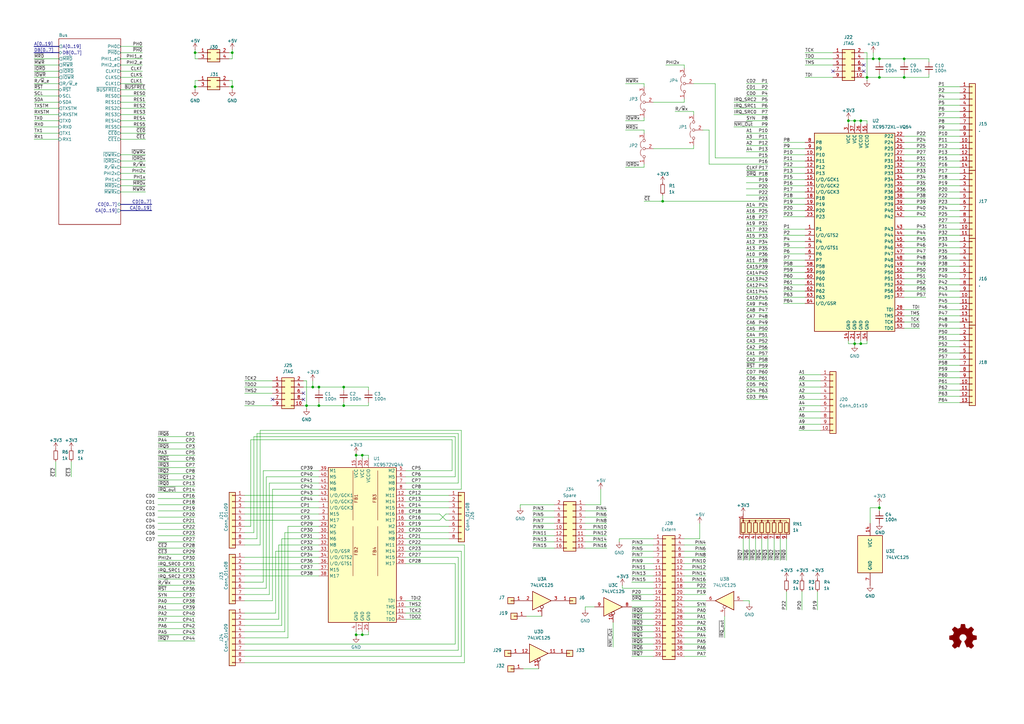
<source format=kicad_sch>
(kicad_sch (version 20231120) (generator "eeschema") (generator_version "8.0")
  (paper "A3")
  (title_block (title "Unicomp v3 - MMU Board") (date "2024-10-01") (rev "v1.0") (company "100% Offner") (comment 1 "v1.0: Initial"))
  (junction (at 80.01 35.56))
  (junction (at 95.25 21.59))
  (junction (at 130.81 166.37))
  (junction (at 355.6 31.75))
  (junction (at 350.52 140.97))
  (junction (at 350.52 49.53))
  (junction (at 148.59 260.35))
  (junction (at 128.27 158.75))
  (junction (at 347.98 49.53))
  (junction (at 146.05 186.69))
  (junction (at 148.59 186.69))
  (junction (at 140.97 166.37))
  (junction (at 370.84 31.75))
  (junction (at 360.68 31.75))
  (junction (at 80.01 21.59))
  (junction (at 358.14 24.13))
  (junction (at 353.06 49.53))
  (junction (at 95.25 35.56))
  (junction (at 271.78 82.55))
  (junction (at 360.68 24.13))
  (junction (at 353.06 140.97))
  (junction (at 370.84 24.13))
  (junction (at 125.73 166.37))
  (junction (at 140.97 158.75))
  (junction (at 130.81 158.75))
  (junction (at 360.68 208.28))
  (junction (at 146.05 260.35))
  (no_connect (at 354.33 29.21))
  (no_connect (at 341.63 29.21))
  (no_connect (at 124.46 161.29))
  (no_connect (at 124.46 163.83))
  (no_connect (at 354.33 26.67))
  (no_connect (at 111.76 163.83))
  (wire (pts (xy 314.96 100.33) (xy 306.07 100.33)))
  (wire (pts (xy 256.54 49.53) (xy 264.16 49.53)))
  (wire (pts (xy 264.16 53.34) (xy 264.16 54.61)))
  (wire (pts (xy 314.96 95.25) (xy 306.07 95.25)))
  (wire (pts (xy 321.31 121.92) (xy 330.2 121.92)))
  (wire (pts (xy 100.33 223.52) (xy 106.68 223.52)))
  (wire (pts (xy 184.15 203.2) (xy 166.37 203.2)))
  (wire (pts (xy 259.08 254) (xy 267.97 254)))
  (wire (pts (xy 13.97 39.37) (xy 24.13 39.37)))
  (wire (pts (xy 321.31 71.12) (xy 330.2 71.12)))
  (wire (pts (xy 356.87 208.28) (xy 360.68 208.28)))
  (wire (pts (xy 184.15 205.74) (xy 166.37 205.74)))
  (wire (pts (xy 280.67 233.68) (xy 289.56 233.68)))
  (wire (pts (xy 218.44 224.79) (xy 227.33 224.79)))
  (wire (pts (xy 100.33 161.29) (xy 111.76 161.29)))
  (wire (pts (xy 13.97 31.75) (xy 24.13 31.75)))
  (wire (pts (xy 370.84 25.4) (xy 370.84 24.13)))
  (wire (pts (xy 146.05 260.35) (xy 148.59 260.35)))
  (wire (pts (xy 280.67 261.62) (xy 289.56 261.62)))
  (wire (pts (xy 280.67 223.52) (xy 289.56 223.52)))
  (wire (pts (xy 64.77 184.15) (xy 80.01 184.15)))
  (wire (pts (xy 100.33 210.82) (xy 130.81 210.82)))
  (wire (pts (xy 95.25 21.59) (xy 95.25 24.13)))
  (wire (pts (xy 80.01 21.59) (xy 81.28 21.59)))
  (wire (pts (xy 151.13 165.1) (xy 151.13 166.37)))
  (wire (pts (xy 259.08 269.24) (xy 267.97 269.24)))
  (wire (pts (xy 321.31 119.38) (xy 330.2 119.38)))
  (wire (pts (xy 314.96 153.67) (xy 306.07 153.67)))
  (wire (pts (xy 384.81 162.56) (xy 393.7 162.56)))
  (wire (pts (xy 314.96 123.19) (xy 306.07 123.19)))
  (wire (pts (xy 327.66 173.99) (xy 336.55 173.99)))
  (wire (pts (xy 314.96 128.27) (xy 306.07 128.27)))
  (wire (pts (xy 64.77 250.19) (xy 80.01 250.19)))
  (wire (pts (xy 13.97 41.91) (xy 24.13 41.91)))
  (wire (pts (xy 290.83 67.31) (xy 314.96 67.31)))
  (wire (pts (xy 314.96 44.45) (xy 300.99 44.45)))
  (wire (pts (xy 264.16 34.29) (xy 264.16 35.56)))
  (wire (pts (xy 384.81 50.8) (xy 393.7 50.8)))
  (wire (pts (xy 280.67 264.16) (xy 289.56 264.16)))
  (wire (pts (xy 166.37 193.04) (xy 185.42 193.04)))
  (wire (pts (xy 304.8 220.98) (xy 304.8 229.87)))
  (wire (pts (xy 322.58 220.98) (xy 322.58 229.87)))
  (wire (pts (xy 355.6 21.59) (xy 355.6 31.75)))
  (wire (pts (xy 113.03 226.06) (xy 130.81 226.06)))
  (wire (pts (xy 116.84 218.44) (xy 130.81 218.44)))
  (wire (pts (xy 314.96 102.87) (xy 306.07 102.87)))
  (wire (pts (xy 328.93 242.57) (xy 328.93 250.19)))
  (wire (pts (xy 370.84 86.36) (xy 379.73 86.36)))
  (wire (pts (xy 327.66 153.67) (xy 336.55 153.67)))
  (wire (pts (xy 213.36 207.01) (xy 227.33 207.01)))
  (wire (pts (xy 284.48 34.29) (xy 293.37 34.29)))
  (wire (pts (xy 151.13 260.35) (xy 151.13 259.08)))
  (wire (pts (xy 180.34 210.82) (xy 166.37 210.82)))
  (wire (pts (xy 111.76 246.38) (xy 100.33 246.38)))
  (wire (pts (xy 370.84 104.14) (xy 379.73 104.14)))
  (wire (pts (xy 384.81 149.86) (xy 393.7 149.86)))
  (wire (pts (xy 118.11 215.9) (xy 118.11 261.62)))
  (wire (pts (xy 314.96 36.83) (xy 306.07 36.83)))
  (wire (pts (xy 49.53 34.29) (xy 58.42 34.29)))
  (wire (pts (xy 259.08 246.38) (xy 267.97 246.38)))
  (wire (pts (xy 104.14 179.07) (xy 104.14 218.44)))
  (wire (pts (xy 370.84 99.06) (xy 379.73 99.06)))
  (wire (pts (xy 384.81 99.06) (xy 393.7 99.06)))
  (wire (pts (xy 321.31 58.42) (xy 330.2 58.42)))
  (wire (pts (xy 49.53 78.74) (xy 59.69 78.74)))
  (wire (pts (xy 64.77 196.85) (xy 80.01 196.85)))
  (wire (pts (xy 384.81 104.14) (xy 393.7 104.14)))
  (wire (pts (xy 321.31 83.82) (xy 330.2 83.82)))
  (wire (pts (xy 360.68 25.4) (xy 360.68 24.13)))
  (wire (pts (xy 100.33 213.36) (xy 130.81 213.36)))
  (wire (pts (xy 271.78 82.55) (xy 271.78 80.01)))
  (wire (pts (xy 293.37 34.29) (xy 293.37 64.77)))
  (wire (pts (xy 384.81 152.4) (xy 393.7 152.4)))
  (wire (pts (xy 314.96 49.53) (xy 306.07 49.53)))
  (wire (pts (xy 314.96 133.35) (xy 306.07 133.35)))
  (wire (pts (xy 64.77 234.95) (xy 80.01 234.95)))
  (wire (pts (xy 259.08 248.92) (xy 267.97 248.92)))
  (wire (pts (xy 64.77 212.09) (xy 80.01 212.09)))
  (wire (pts (xy 321.31 63.5) (xy 330.2 63.5)))
  (wire (pts (xy 370.84 101.6) (xy 379.73 101.6)))
  (wire (pts (xy 256.54 34.29) (xy 264.16 34.29)))
  (wire (pts (xy 384.81 71.12) (xy 393.7 71.12)))
  (wire (pts (xy 370.84 116.84) (xy 379.73 116.84)))
  (wire (pts (xy 267.97 41.91) (xy 280.67 41.91)))
  (wire (pts (xy 384.81 73.66) (xy 393.7 73.66)))
  (wire (pts (xy 146.05 186.69) (xy 146.05 187.96)))
  (wire (pts (xy 102.87 180.34) (xy 185.42 180.34)))
  (wire (pts (xy 280.67 269.24) (xy 289.56 269.24)))
  (wire (pts (xy 384.81 101.6) (xy 393.7 101.6)))
  (wire (pts (xy 64.77 207.01) (xy 80.01 207.01)))
  (wire (pts (xy 327.66 166.37) (xy 336.55 166.37)))
  (wire (pts (xy 327.66 176.53) (xy 336.55 176.53)))
  (wire (pts (xy 64.77 191.77) (xy 80.01 191.77)))
  (wire (pts (xy 384.81 88.9) (xy 393.7 88.9)))
  (wire (pts (xy 95.25 24.13) (xy 93.98 24.13)))
  (wire (pts (xy 130.81 158.75) (xy 140.97 158.75)))
  (wire (pts (xy 321.31 109.22) (xy 330.2 109.22)))
  (wire (pts (xy 280.67 246.38) (xy 289.56 246.38)))
  (wire (pts (xy 321.31 78.74) (xy 330.2 78.74)))
  (wire (pts (xy 384.81 134.62) (xy 393.7 134.62)))
  (wire (pts (xy 384.81 66.04) (xy 393.7 66.04)))
  (wire (pts (xy 80.01 35.56) (xy 80.01 36.83)))
  (wire (pts (xy 125.73 156.21) (xy 125.73 166.37)))
  (wire (pts (xy 384.81 55.88) (xy 393.7 55.88)))
  (wire (pts (xy 314.96 135.89) (xy 306.07 135.89)))
  (wire (pts (xy 49.53 46.99) (xy 59.69 46.99)))
  (wire (pts (xy 184.15 215.9) (xy 166.37 215.9)))
  (wire (pts (xy 280.67 254) (xy 289.56 254)))
  (wire (pts (xy 321.31 81.28) (xy 330.2 81.28)))
  (wire (pts (xy 64.77 255.27) (xy 80.01 255.27)))
  (wire (pts (xy 314.96 146.05) (xy 306.07 146.05)))
  (wire (pts (xy 370.84 66.04) (xy 379.73 66.04)))
  (wire (pts (xy 166.37 228.6) (xy 187.96 228.6)))
  (wire (pts (xy 321.31 114.3) (xy 330.2 114.3)))
  (wire (pts (xy 240.03 212.09) (xy 248.92 212.09)))
  (wire (pts (xy 49.53 63.5) (xy 59.69 63.5)))
  (wire (pts (xy 259.08 264.16) (xy 267.97 264.16)))
  (wire (pts (xy 146.05 259.08) (xy 146.05 260.35)))
  (wire (pts (xy 104.14 218.44) (xy 100.33 218.44)))
  (wire (pts (xy 13.97 46.99) (xy 24.13 46.99)))
  (wire (pts (xy 189.23 200.66) (xy 166.37 200.66)))
  (wire (pts (xy 64.77 229.87) (xy 80.01 229.87)))
  (wire (pts (xy 185.42 180.34) (xy 185.42 193.04)))
  (wire (pts (xy 100.33 233.68) (xy 130.81 233.68)))
  (wire (pts (xy 370.84 60.96) (xy 379.73 60.96)))
  (wire (pts (xy 64.77 201.93) (xy 80.01 201.93)))
  (wire (pts (xy 49.53 54.61) (xy 59.69 54.61)))
  (wire (pts (xy 384.81 119.38) (xy 393.7 119.38)))
  (wire (pts (xy 370.84 88.9) (xy 379.73 88.9)))
  (wire (pts (xy 172.72 254) (xy 166.37 254)))
  (wire (pts (xy 187.96 228.6) (xy 187.96 266.7)))
  (wire (pts (xy 13.97 54.61) (xy 24.13 54.61)))
  (wire (pts (xy 370.84 121.92) (xy 379.73 121.92)))
  (wire (pts (xy 100.33 261.62) (xy 118.11 261.62)))
  (wire (pts (xy 314.96 113.03) (xy 306.07 113.03)))
  (wire (pts (xy 314.96 107.95) (xy 306.07 107.95)))
  (wire (pts (xy 370.84 24.13) (xy 381 24.13)))
  (wire (pts (xy 182.88 213.36) (xy 180.34 210.82)))
  (wire (pts (xy 130.81 200.66) (xy 111.76 200.66)))
  (wire (pts (xy 384.81 121.92) (xy 393.7 121.92)))
  (wire (pts (xy 166.37 198.12) (xy 187.96 198.12)))
  (wire (pts (xy 49.53 66.04) (xy 59.69 66.04)))
  (wire (pts (xy 280.67 243.84) (xy 289.56 243.84)))
  (wire (pts (xy 189.23 226.06) (xy 166.37 226.06)))
  (wire (pts (xy 384.81 78.74) (xy 393.7 78.74)))
  (wire (pts (xy 255.27 241.3) (xy 255.27 240.03)))
  (wire (pts (xy 254 220.98) (xy 267.97 220.98)))
  (wire (pts (xy 297.18 252.73) (xy 297.18 261.62)))
  (wire (pts (xy 314.96 62.23) (xy 306.07 62.23)))
  (wire (pts (xy 384.81 124.46) (xy 393.7 124.46)))
  (wire (pts (xy 358.14 21.59) (xy 358.14 24.13)))
  (wire (pts (xy 64.77 262.89) (xy 80.01 262.89)))
  (wire (pts (xy 320.04 220.98) (xy 320.04 229.87)))
  (wire (pts (xy 115.57 220.98) (xy 130.81 220.98)))
  (wire (pts (xy 100.33 264.16) (xy 186.69 264.16)))
  (wire (pts (xy 256.54 68.58) (xy 264.16 68.58)))
  (wire (pts (xy 355.6 50.8) (xy 355.6 49.53)))
  (wire (pts (xy 146.05 260.35) (xy 146.05 260.985)))
  (wire (pts (xy 384.81 144.78) (xy 393.7 144.78)))
  (wire (pts (xy 384.81 137.16) (xy 393.7 137.16)))
  (wire (pts (xy 360.68 24.13) (xy 370.84 24.13)))
  (wire (pts (xy 314.96 72.39) (xy 306.07 72.39)))
  (wire (pts (xy 355.6 49.53) (xy 353.06 49.53)))
  (wire (pts (xy 189.23 176.53) (xy 189.23 200.66)))
  (wire (pts (xy 327.66 156.21) (xy 336.55 156.21)))
  (wire (pts (xy 140.97 166.37) (xy 151.13 166.37)))
  (wire (pts (xy 49.53 26.67) (xy 58.42 26.67)))
  (wire (pts (xy 280.67 228.6) (xy 289.56 228.6)))
  (wire (pts (xy 80.01 24.13) (xy 81.28 24.13)))
  (wire (pts (xy 255.27 241.3) (xy 267.97 241.3)))
  (wire (pts (xy 49.53 39.37) (xy 59.69 39.37)))
  (wire (pts (xy 240.03 209.55) (xy 248.92 209.55)))
  (wire (pts (xy 213.36 208.28) (xy 213.36 207.01)))
  (wire (pts (xy 384.81 43.18) (xy 393.7 43.18)))
  (wire (pts (xy 384.81 142.24) (xy 393.7 142.24)))
  (wire (pts (xy 321.31 99.06) (xy 330.2 99.06)))
  (wire (pts (xy 314.96 69.85) (xy 306.07 69.85)))
  (wire (pts (xy 314.96 39.37) (xy 306.07 39.37)))
  (wire (pts (xy 105.41 220.98) (xy 100.33 220.98)))
  (wire (pts (xy 187.96 177.8) (xy 105.41 177.8)))
  (wire (pts (xy 280.67 226.06) (xy 289.56 226.06)))
  (wire (pts (xy 95.25 33.02) (xy 95.25 35.56)))
  (wire (pts (xy 146.05 186.69) (xy 148.59 186.69)))
  (wire (pts (xy 64.77 222.25) (xy 80.01 222.25)))
  (wire (pts (xy 384.81 139.7) (xy 393.7 139.7)))
  (wire (pts (xy 314.96 148.59) (xy 306.07 148.59)))
  (wire (pts (xy 259.08 259.08) (xy 267.97 259.08)))
  (wire (pts (xy 218.44 217.17) (xy 227.33 217.17)))
  (wire (pts (xy 314.96 220.98) (xy 314.96 229.87)))
  (wire (pts (xy 259.08 238.76) (xy 267.97 238.76)))
  (wire (pts (xy 314.96 46.99) (xy 300.99 46.99)))
  (wire (pts (xy 264.16 82.55) (xy 271.78 82.55)))
  (wire (pts (xy 384.81 60.96) (xy 393.7 60.96)))
  (wire (pts (xy 384.81 132.08) (xy 393.7 132.08)))
  (wire (pts (xy 384.81 106.68) (xy 393.7 106.68)))
  (wire (pts (xy 384.81 40.64) (xy 393.7 40.64)))
  (wire (pts (xy 125.73 166.37) (xy 125.73 167.64)))
  (wire (pts (xy 280.67 236.22) (xy 289.56 236.22)))
  (wire (pts (xy 384.81 111.76) (xy 393.7 111.76)))
  (wire (pts (xy 64.77 232.41) (xy 80.01 232.41)))
  (wire (pts (xy 189.23 269.24) (xy 189.23 226.06)))
  (wire (pts (xy 384.81 154.94) (xy 393.7 154.94)))
  (wire (pts (xy 330.2 26.67) (xy 341.63 26.67)))
  (wire (pts (xy 314.96 158.75) (xy 306.07 158.75)))
  (wire (pts (xy 64.77 204.47) (xy 80.01 204.47)))
  (wire (pts (xy 130.81 215.9) (xy 118.11 215.9)))
  (wire (pts (xy 49.53 71.12) (xy 59.69 71.12)))
  (wire (pts (xy 80.01 35.56) (xy 81.28 35.56)))
  (wire (pts (xy 64.77 179.07) (xy 80.01 179.07)))
  (wire (pts (xy 186.69 179.07) (xy 104.14 179.07)))
  (wire (pts (xy 13.97 34.29) (xy 24.13 34.29)))
  (wire (pts (xy 347.98 49.53) (xy 347.98 50.8)))
  (wire (pts (xy 384.81 48.26) (xy 393.7 48.26)))
  (wire (pts (xy 314.96 125.73) (xy 306.07 125.73)))
  (wire (pts (xy 384.81 63.5) (xy 393.7 63.5)))
  (wire (pts (xy 172.72 248.92) (xy 166.37 248.92)))
  (wire (pts (xy 49.53 31.75) (xy 58.42 31.75)))
  (wire (pts (xy 49.53 41.91) (xy 59.69 41.91)))
  (wire (pts (xy 100.33 203.2) (xy 130.81 203.2)))
  (wire (pts (xy 259.08 261.62) (xy 267.97 261.62)))
  (wire (pts (xy 314.96 59.69) (xy 306.07 59.69)))
  (wire (pts (xy 49.53 73.66) (xy 59.69 73.66)))
  (bus (pts (xy 24.13 19.05) (xy 13.97 19.05)))
  (wire (pts (xy 187.96 266.7) (xy 100.33 266.7)))
  (wire (pts (xy 384.81 86.36) (xy 393.7 86.36)))
  (wire (pts (xy 124.46 158.75) (xy 128.27 158.75)))
  (wire (pts (xy 148.59 186.69) (xy 151.13 186.69)))
  (wire (pts (xy 360.68 209.55) (xy 360.68 208.28)))
  (wire (pts (xy 130.81 165.1) (xy 130.81 166.37)))
  (wire (pts (xy 370.84 96.52) (xy 379.73 96.52)))
  (wire (pts (xy 64.77 219.71) (xy 80.01 219.71)))
  (wire (pts (xy 102.87 215.9) (xy 102.87 180.34)))
  (wire (pts (xy 186.69 195.58) (xy 186.69 179.07)))
  (wire (pts (xy 370.84 93.98) (xy 379.73 93.98)))
  (wire (pts (xy 330.2 31.75) (xy 341.63 31.75)))
  (wire (pts (xy 13.97 57.15) (xy 24.13 57.15)))
  (wire (pts (xy 240.03 219.71) (xy 248.92 219.71)))
  (wire (pts (xy 106.68 176.53) (xy 189.23 176.53)))
  (wire (pts (xy 321.31 111.76) (xy 330.2 111.76)))
  (wire (pts (xy 106.68 223.52) (xy 106.68 176.53)))
  (wire (pts (xy 280.67 256.54) (xy 289.56 256.54)))
  (wire (pts (xy 49.53 57.15) (xy 59.69 57.15)))
  (wire (pts (xy 355.6 140.97) (xy 355.6 139.7)))
  (wire (pts (xy 64.77 181.61) (xy 80.01 181.61)))
  (wire (pts (xy 280.67 248.92) (xy 289.56 248.92)))
  (wire (pts (xy 377.19 132.08) (xy 370.84 132.08)))
  (wire (pts (xy 186.69 264.16) (xy 186.69 231.14)))
  (wire (pts (xy 100.33 208.28) (xy 130.81 208.28)))
  (wire (pts (xy 370.84 114.3) (xy 379.73 114.3)))
  (wire (pts (xy 280.67 231.14) (xy 289.56 231.14)))
  (wire (pts (xy 184.15 208.28) (xy 166.37 208.28)))
  (wire (pts (xy 64.77 217.17) (xy 80.01 217.17)))
  (wire (pts (xy 182.88 210.82) (xy 184.15 210.82)))
  (wire (pts (xy 327.66 158.75) (xy 336.55 158.75)))
  (wire (pts (xy 314.96 143.51) (xy 306.07 143.51)))
  (wire (pts (xy 259.08 228.6) (xy 267.97 228.6)))
  (wire (pts (xy 49.53 24.13) (xy 58.42 24.13)))
  (wire (pts (xy 214.63 274.32) (xy 220.98 274.32)))
  (wire (pts (xy 370.84 68.58) (xy 379.73 68.58)))
  (wire (pts (xy 151.13 186.69) (xy 151.13 187.96)))
  (wire (pts (xy 240.03 214.63) (xy 248.92 214.63)))
  (wire (pts (xy 182.88 210.82) (xy 180.34 213.36)))
  (wire (pts (xy 254 222.25) (xy 254 220.98)))
  (wire (pts (xy 384.81 81.28) (xy 393.7 81.28)))
  (wire (pts (xy 314.96 140.97) (xy 306.07 140.97)))
  (wire (pts (xy 95.25 33.02) (xy 93.98 33.02)))
  (wire (pts (xy 259.08 266.7) (xy 267.97 266.7)))
  (wire (pts (xy 354.33 24.13) (xy 358.14 24.13)))
  (wire (pts (xy 350.52 140.97) (xy 350.52 141.605)))
  (wire (pts (xy 49.53 49.53) (xy 59.69 49.53)))
  (wire (pts (xy 182.88 213.36) (xy 184.15 213.36)))
  (wire (pts (xy 187.96 198.12) (xy 187.96 177.8)))
  (wire (pts (xy 240.03 207.01) (xy 246.38 207.01)))
  (wire (pts (xy 64.77 224.79) (xy 80.01 224.79)))
  (wire (pts (xy 215.9 252.73) (xy 222.25 252.73)))
  (wire (pts (xy 347.98 140.97) (xy 347.98 139.7)))
  (wire (pts (xy 280.67 40.64) (xy 280.67 41.91)))
  (wire (pts (xy 172.72 246.38) (xy 166.37 246.38)))
  (wire (pts (xy 124.46 156.21) (xy 125.73 156.21)))
  (wire (pts (xy 13.97 36.83) (xy 24.13 36.83)))
  (wire (pts (xy 314.96 34.29) (xy 306.07 34.29)))
  (wire (pts (xy 356.87 214.63) (xy 356.87 208.28)))
  (wire (pts (xy 218.44 212.09) (xy 227.33 212.09)))
  (wire (pts (xy 128.27 156.21) (xy 128.27 158.75)))
  (wire (pts (xy 259.08 226.06) (xy 267.97 226.06)))
  (wire (pts (xy 13.97 52.07) (xy 24.13 52.07)))
  (wire (pts (xy 111.76 200.66) (xy 111.76 246.38)))
  (wire (pts (xy 49.53 52.07) (xy 59.69 52.07)))
  (wire (pts (xy 370.84 76.2) (xy 379.73 76.2)))
  (wire (pts (xy 100.33 156.21) (xy 111.76 156.21)))
  (wire (pts (xy 64.77 237.49) (xy 80.01 237.49)))
  (wire (pts (xy 370.84 109.22) (xy 379.73 109.22)))
  (wire (pts (xy 384.81 93.98) (xy 393.7 93.98)))
  (wire (pts (xy 64.77 209.55) (xy 80.01 209.55)))
  (wire (pts (xy 360.68 31.75) (xy 370.84 31.75)))
  (bus (pts (xy 49.53 86.36) (xy 62.23 86.36)))
  (wire (pts (xy 360.68 31.75) (xy 355.6 31.75)))
  (wire (pts (xy 384.81 68.58) (xy 393.7 68.58)))
  (wire (pts (xy 100.33 243.84) (xy 110.49 243.84)))
  (wire (pts (xy 384.81 96.52) (xy 393.7 96.52)))
  (wire (pts (xy 130.81 223.52) (xy 114.3 223.52)))
  (wire (pts (xy 307.34 220.98) (xy 307.34 229.87)))
  (wire (pts (xy 267.97 60.96) (xy 284.48 60.96)))
  (wire (pts (xy 107.95 193.04) (xy 130.81 193.04)))
  (wire (pts (xy 100.33 166.37) (xy 111.76 166.37)))
  (wire (pts (xy 166.37 223.52) (xy 190.5 223.52)))
  (wire (pts (xy 314.96 163.83) (xy 306.07 163.83)))
  (wire (pts (xy 314.96 156.21) (xy 306.07 156.21)))
  (wire (pts (xy 314.96 41.91) (xy 300.99 41.91)))
  (wire (pts (xy 370.84 71.12) (xy 379.73 71.12)))
  (wire (pts (xy 321.31 76.2) (xy 330.2 76.2)))
  (wire (pts (xy 49.53 68.58) (xy 59.69 68.58)))
  (wire (pts (xy 309.88 220.98) (xy 309.88 229.87)))
  (wire (pts (xy 218.44 222.25) (xy 227.33 222.25)))
  (wire (pts (xy 218.44 214.63) (xy 227.33 214.63)))
  (wire (pts (xy 314.96 57.15) (xy 306.07 57.15)))
  (wire (pts (xy 280.67 241.3) (xy 289.56 241.3)))
  (wire (pts (xy 110.49 243.84) (xy 110.49 198.12)))
  (wire (pts (xy 354.33 21.59) (xy 355.6 21.59)))
  (wire (pts (xy 350.52 140.97) (xy 347.98 140.97)))
  (wire (pts (xy 314.96 151.13) (xy 306.07 151.13)))
  (wire (pts (xy 321.31 106.68) (xy 330.2 106.68)))
  (wire (pts (xy 64.77 199.39) (xy 80.01 199.39)))
  (wire (pts (xy 314.96 130.81) (xy 306.07 130.81)))
  (wire (pts (xy 49.53 36.83) (xy 59.69 36.83)))
  (wire (pts (xy 105.41 177.8) (xy 105.41 220.98)))
  (wire (pts (xy 64.77 242.57) (xy 80.01 242.57)))
  (wire (pts (xy 190.5 223.52) (xy 190.5 271.78)))
  (wire (pts (xy 350.52 49.53) (xy 353.06 49.53)))
  (wire (pts (xy 100.33 238.76) (xy 107.95 238.76)))
  (wire (pts (xy 384.81 127) (xy 393.7 127)))
  (wire (pts (xy 370.84 106.68) (xy 379.73 106.68)))
  (wire (pts (xy 116.84 259.08) (xy 100.33 259.08)))
  (wire (pts (xy 327.66 171.45) (xy 336.55 171.45)))
  (wire (pts (xy 130.81 166.37) (xy 125.73 166.37)))
  (wire (pts (xy 13.97 29.21) (xy 24.13 29.21)))
  (wire (pts (xy 384.81 38.1) (xy 393.7 38.1)))
  (wire (pts (xy 100.33 236.22) (xy 130.81 236.22)))
  (wire (pts (xy 140.97 158.75) (xy 151.13 158.75)))
  (wire (pts (xy 166.37 195.58) (xy 186.69 195.58)))
  (wire (pts (xy 314.96 74.93) (xy 306.07 74.93)))
  (wire (pts (xy 100.33 256.54) (xy 115.57 256.54)))
  (wire (pts (xy 259.08 256.54) (xy 267.97 256.54)))
  (wire (pts (xy 353.06 140.97) (xy 355.6 140.97)))
  (wire (pts (xy 190.5 271.78) (xy 100.33 271.78)))
  (wire (pts (xy 314.96 110.49) (xy 306.07 110.49)))
  (wire (pts (xy 321.31 86.36) (xy 330.2 86.36)))
  (wire (pts (xy 370.84 58.42) (xy 379.73 58.42)))
  (wire (pts (xy 100.33 215.9) (xy 102.87 215.9)))
  (wire (pts (xy 335.28 242.57) (xy 335.28 250.19)))
  (wire (pts (xy 360.68 30.48) (xy 360.68 31.75)))
  (wire (pts (xy 354.33 31.75) (xy 355.6 31.75)))
  (wire (pts (xy 148.59 260.35) (xy 151.13 260.35)))
  (wire (pts (xy 321.31 96.52) (xy 330.2 96.52)))
  (wire (pts (xy 264.16 67.31) (xy 264.16 68.58)))
  (wire (pts (xy 321.31 93.98) (xy 330.2 93.98)))
  (wire (pts (xy 64.77 257.81) (xy 80.01 257.81)))
  (wire (pts (xy 116.84 218.44) (xy 116.84 259.08)))
  (wire (pts (xy 259.08 251.46) (xy 267.97 251.46)))
  (wire (pts (xy 13.97 44.45) (xy 24.13 44.45)))
  (wire (pts (xy 64.77 260.35) (xy 80.01 260.35)))
  (wire (pts (xy 327.66 163.83) (xy 336.55 163.83)))
  (wire (pts (xy 100.33 205.74) (xy 130.81 205.74)))
  (wire (pts (xy 240.03 224.79) (xy 248.92 224.79)))
  (wire (pts (xy 284.48 59.69) (xy 284.48 60.96)))
  (bus (pts (xy 49.53 83.82) (xy 62.23 83.82)))
  (wire (pts (xy 314.96 64.77) (xy 293.37 64.77)))
  (wire (pts (xy 347.98 49.53) (xy 350.52 49.53)))
  (wire (pts (xy 321.31 66.04) (xy 330.2 66.04)))
  (wire (pts (xy 148.59 186.69) (xy 148.59 187.96)))
  (wire (pts (xy 49.53 19.05) (xy 58.42 19.05)))
  (wire (pts (xy 140.97 160.02) (xy 140.97 158.75)))
  (wire (pts (xy 384.81 83.82) (xy 393.7 83.82)))
  (wire (pts (xy 377.19 127) (xy 370.84 127)))
  (wire (pts (xy 370.84 73.66) (xy 379.73 73.66)))
  (wire (pts (xy 109.22 195.58) (xy 109.22 241.3)))
  (wire (pts (xy 384.81 160.02) (xy 393.7 160.02)))
  (wire (pts (xy 259.08 236.22) (xy 267.97 236.22)))
  (wire (pts (xy 100.33 251.46) (xy 113.03 251.46)))
  (wire (pts (xy 64.77 194.31) (xy 80.01 194.31)))
  (wire (pts (xy 264.16 48.26) (xy 264.16 49.53)))
  (wire (pts (xy 259.08 243.84) (xy 267.97 243.84)))
  (wire (pts (xy 49.53 21.59) (xy 58.42 21.59)))
  (wire (pts (xy 259.08 233.68) (xy 267.97 233.68)))
  (wire (pts (xy 370.84 111.76) (xy 379.73 111.76)))
  (wire (pts (xy 100.33 158.75) (xy 111.76 158.75)))
  (wire (pts (xy 13.97 24.13) (xy 24.13 24.13)))
  (wire (pts (xy 113.03 251.46) (xy 113.03 226.06)))
  (wire (pts (xy 29.21 195.58) (xy 29.21 189.23)))
  (wire (pts (xy 259.08 231.14) (xy 267.97 231.14)))
  (wire (pts (xy 13.97 26.67) (xy 24.13 26.67)))
  (wire (pts (xy 377.19 134.62) (xy 370.84 134.62)))
  (wire (pts (xy 64.77 189.23) (xy 80.01 189.23)))
  (wire (pts (xy 307.34 246.38) (xy 304.8 246.38)))
  (wire (pts (xy 114.3 254) (xy 100.33 254)))
  (wire (pts (xy 100.33 269.24) (xy 189.23 269.24)))
  (wire (pts (xy 384.81 35.56) (xy 393.7 35.56)))
  (wire (pts (xy 259.08 223.52) (xy 267.97 223.52)))
  (wire (pts (xy 95.25 35.56) (xy 95.25 36.83)))
  (wire (pts (xy 314.96 80.01) (xy 306.07 80.01)))
  (wire (pts (xy 330.2 21.59) (xy 341.63 21.59)))
  (wire (pts (xy 321.31 101.6) (xy 330.2 101.6)))
  (wire (pts (xy 240.03 248.92) (xy 243.84 248.92)))
  (wire (pts (xy 280.67 238.76) (xy 289.56 238.76)))
  (wire (pts (xy 64.77 247.65) (xy 80.01 247.65)))
  (wire (pts (xy 184.15 220.98) (xy 166.37 220.98)))
  (wire (pts (xy 314.96 105.41) (xy 306.07 105.41)))
  (wire (pts (xy 110.49 198.12) (xy 130.81 198.12)))
  (wire (pts (xy 49.53 44.45) (xy 59.69 44.45)))
  (wire (pts (xy 95.25 20.32) (xy 95.25 21.59)))
  (wire (pts (xy 330.2 24.13) (xy 341.63 24.13)))
  (wire (pts (xy 271.78 82.55) (xy 314.96 82.55)))
  (wire (pts (xy 64.77 186.69) (xy 80.01 186.69)))
  (wire (pts (xy 312.42 220.98) (xy 312.42 229.87)))
  (wire (pts (xy 355.6 31.75) (xy 355.6 33.02)))
  (wire (pts (xy 280.67 220.98) (xy 287.02 220.98)))
  (wire (pts (xy 130.81 158.75) (xy 128.27 158.75)))
  (wire (pts (xy 353.06 49.53) (xy 353.06 50.8)))
  (wire (pts (xy 314.96 118.11) (xy 306.07 118.11)))
  (wire (pts (xy 307.34 247.65) (xy 307.34 246.38)))
  (wire (pts (xy 287.02 214.63) (xy 287.02 220.98)))
  (wire (pts (xy 370.84 119.38) (xy 379.73 119.38)))
  (wire (pts (xy 353.06 140.97) (xy 353.06 139.7)))
  (wire (pts (xy 280.67 26.67) (xy 280.67 27.94)))
  (wire (pts (xy 314.96 92.71) (xy 306.07 92.71)))
  (wire (pts (xy 146.05 186.055) (xy 146.05 186.69)))
  (wire (pts (xy 327.66 161.29) (xy 336.55 161.29)))
  (wire (pts (xy 148.59 260.35) (xy 148.59 259.08)))
  (wire (pts (xy 64.77 227.33) (xy 80.01 227.33)))
  (wire (pts (xy 100.33 228.6) (xy 130.81 228.6)))
  (wire (pts (xy 280.67 266.7) (xy 289.56 266.7)))
  (wire (pts (xy 381 30.48) (xy 381 31.75)))
  (wire (pts (xy 370.84 83.82) (xy 379.73 83.82)))
  (wire (pts (xy 314.96 115.57) (xy 306.07 115.57)))
  (wire (pts (xy 49.53 29.21) (xy 58.42 29.21)))
  (wire (pts (xy 64.77 252.73) (xy 80.01 252.73)))
  (wire (pts (xy 384.81 76.2) (xy 393.7 76.2)))
  (wire (pts (xy 49.53 76.2) (xy 59.69 76.2)))
  (wire (pts (xy 124.46 166.37) (xy 125.73 166.37)))
  (wire (pts (xy 360.68 24.13) (xy 358.14 24.13)))
  (wire (pts (xy 360.68 207.01) (xy 360.68 208.28)))
  (wire (pts (xy 273.05 26.67) (xy 280.67 26.67)))
  (wire (pts (xy 321.31 60.96) (xy 330.2 60.96)))
  (wire (pts (xy 370.84 55.88) (xy 379.73 55.88)))
  (wire (pts (xy 246.38 200.66) (xy 246.38 207.01)))
  (wire (pts (xy 321.31 124.46) (xy 330.2 124.46)))
  (wire (pts (xy 95.25 35.56) (xy 93.98 35.56)))
  (wire (pts (xy 13.97 49.53) (xy 24.13 49.53)))
  (wire (pts (xy 350.52 140.97) (xy 353.06 140.97)))
  (wire (pts (xy 321.31 68.58) (xy 330.2 68.58)))
  (wire (pts (xy 115.57 256.54) (xy 115.57 220.98)))
  (wire (pts (xy 350.52 49.53) (xy 350.52 50.8)))
  (wire (pts (xy 130.81 160.02) (xy 130.81 158.75)))
  (wire (pts (xy 280.67 259.08) (xy 289.56 259.08)))
  (bus (pts (xy 24.13 21.59) (xy 13.97 21.59)))
  (wire (pts (xy 240.03 250.19) (xy 240.03 248.92)))
  (wire (pts (xy 80.01 20.32) (xy 80.01 21.59)))
  (wire (pts (xy 290.83 53.34) (xy 288.29 53.34)))
  (wire (pts (xy 240.03 217.17) (xy 248.92 217.17)))
  (wire (pts (xy 314.96 52.07) (xy 300.99 52.07)))
  (wire (pts (xy 314.96 54.61) (xy 306.07 54.61)))
  (wire (pts (xy 64.77 240.03) (xy 80.01 240.03)))
  (wire (pts (xy 314.96 97.79) (xy 306.07 97.79)))
  (wire (pts (xy 186.69 231.14) (xy 166.37 231.14)))
  (wire (pts (xy 314.96 77.47) (xy 306.07 77.47)))
  (wire (pts (xy 321.31 116.84) (xy 330.2 116.84)))
  (wire (pts (xy 130.81 166.37) (xy 140.97 166.37)))
  (wire (pts (xy 314.96 120.65) (xy 306.07 120.65)))
  (wire (pts (xy 314.96 138.43) (xy 306.07 138.43)))
  (wire (pts (xy 384.81 91.44) (xy 393.7 91.44)))
  (wire (pts (xy 384.81 157.48) (xy 393.7 157.48)))
  (wire (pts (xy 172.72 251.46) (xy 166.37 251.46)))
  (wire (pts (xy 317.5 220.98) (xy 317.5 229.87)))
  (wire (pts (xy 347.98 48.895) (xy 347.98 49.53)))
  (wire (pts (xy 370.84 81.28) (xy 379.73 81.28)))
  (wire (pts (xy 384.81 116.84) (xy 393.7 116.84)))
  (wire (pts (xy 166.37 213.36) (xy 180.34 213.36)))
  (wire (pts (xy 109.22 241.3) (xy 100.33 241.3)))
  (wire (pts (xy 384.81 53.34) (xy 393.7 53.34)))
  (wire (pts (xy 327.66 168.91) (xy 336.55 168.91)))
  (wire (pts (xy 151.13 160.02) (xy 151.13 158.75)))
  (wire (pts (xy 384.81 45.72) (xy 393.7 45.72)))
  (wire (pts (xy 80.01 33.02) (xy 81.28 33.02)))
  (wire (pts (xy 256.54 53.34) (xy 264.16 53.34)))
  (wire (pts (xy 370.84 78.74) (xy 379.73 78.74)))
  (wire (pts (xy 370.84 63.5) (xy 379.73 63.5)))
  (wire (pts (xy 384.81 147.32) (xy 393.7 147.32)))
  (wire (pts (xy 100.33 231.14) (xy 130.81 231.14)))
  (wire (pts (xy 370.84 30.48) (xy 370.84 31.75)))
  (wire (pts (xy 64.77 214.63) (xy 80.01 214.63)))
  (wire (pts (xy 384.81 129.54) (xy 393.7 129.54)))
  (wire (pts (xy 384.81 109.22) (xy 393.7 109.22)))
  (wire (pts (xy 95.25 21.59) (xy 93.98 21.59)))
  (wire (pts (xy 321.31 104.14) (xy 330.2 104.14)))
  (wire (pts (xy 114.3 223.52) (xy 114.3 254)))
  (wire (pts (xy 251.46 255.27) (xy 251.46 265.43)))
  (wire (pts (xy 218.44 209.55) (xy 227.33 209.55)))
  (wire (pts (xy 276.86 45.72) (xy 284.48 45.72)))
  (wire (pts (xy 240.03 222.25) (xy 248.92 222.25)))
  (wire (pts (xy 140.97 165.1) (xy 140.97 166.37)))
  (wire (pts (xy 314.96 161.29) (xy 306.07 161.29)))
  (wire (pts (xy 280.67 251.46) (xy 289.56 251.46)))
  (wire (pts (xy 80.01 33.02) (xy 80.01 35.56)))
  (wire (pts (xy 322.58 242.57) (xy 322.58 250.19)))
  (wire (pts (xy 350.52 139.7) (xy 350.52 140.97)))
  (wire (pts (xy 314.96 85.09) (xy 306.07 85.09)))
  (wire (pts (xy 130.81 195.58) (xy 109.22 195.58)))
  (wire (pts (xy 218.44 219.71) (xy 227.33 219.71)))
  (wire (pts (xy 80.01 21.59) (xy 80.01 24.13)))
  (wire (pts (xy 314.96 90.17) (xy 306.07 90.17)))
  (wire (pts (xy 321.31 73.66) (xy 330.2 73.66)))
  (wire (pts (xy 384.81 58.42) (xy 393.7 58.42)))
  (wire (pts (xy 370.84 31.75) (xy 381 31.75)))
  (wire (pts (xy 107.95 238.76) (xy 107.95 193.04)))
  (wire (pts (xy 384.81 114.3) (xy 393.7 114.3)))
  (wire (pts (xy 384.81 165.1) (xy 393.7 165.1)))
  (wire (pts (xy 22.86 195.58) (xy 22.86 189.23)))
  (wire (pts (xy 377.19 129.54) (xy 370.84 129.54)))
  (wire (pts (xy 314.96 87.63) (xy 306.07 87.63)))
  (wire (pts (xy 381 25.4) (xy 381 24.13)))
  (wire (pts (xy 64.77 245.11) (xy 80.01 245.11)))
  (wire (pts (xy 321.31 88.9) (xy 330.2 88.9)))
  (wire (pts (xy 184.15 218.44) (xy 166.37 218.44)))
  (wire (pts (xy 284.48 45.72) (xy 284.48 46.99)))
  (wire (pts (xy 290.83 53.34) (xy 290.83 67.31)))
  (label "CP3" (at 123.19 213.36 0))
  (label "CP40" (at 123.19 195.58 0))
  (label "~{IOWR}" (at 13.97 31.75 0))
  (label "P19" (at 321.31 83.82 0))
  (label "P22" (at 322.58 250.19 90))
  (label "~{RST}" (at 306.07 151.13 0))
  (label "~{IRQ1}" (at 259.08 254 0))
  (label "CD5" (at 59.69 217.17 0))
  (label "A2" (at 306.07 59.69 0))
  (label "PIN5" (at 259.08 226.06 0))
  (label "PIN5" (at 218.44 212.09 0))
  (label "CP21" (at 172.72 220.98 180))
  (label "SYN" (at 64.77 245.11 0))
  (label "P51" (at 314.96 138.43 180))
  (label "TDI" (at 377.19 127 180))
  (label "P57" (at 314.96 146.05 180))
  (label "P44" (at 384.81 121.92 0))
  (label "SDA" (at 13.97 41.91 0))
  (label "P63" (at 384.81 162.56 0))
  (label "PA6" (at 289.56 266.7 180))
  (label "CD0" (at 306.07 39.37 0))
  (label "PIN14" (at 289.56 236.22 180))
  (label "P11" (at 321.31 66.04 0))
  (label "P61" (at 314.96 156.21 180))
  (label "~{NMI_Out}" (at 251.46 265.43 90))
  (label "RES3" (at 59.69 46.99 180))
  (label "P19" (at 289.56 243.84 180))
  (label "P36" (at 384.81 106.68 0))
  (label "P24" (at 379.73 58.42 180))
  (label "P47" (at 384.81 129.54 0))
  (label "P25" (at 384.81 88.9 0))
  (label "P32" (at 314.96 95.25 180))
  (label "P63" (at 314.96 161.29 180))
  (label "TDO2" (at 100.33 158.75 0))
  (label "PIN13" (at 259.08 236.22 0))
  (label "CA4" (at 306.07 138.43 0))
  (label "CP27" (at 80.01 222.25 180))
  (label "~{IRQ7}" (at 64.77 262.89 0))
  (label "PIN13" (at 218.44 222.25 0))
  (label "TCK2" (at 100.33 156.21 0))
  (label "P56" (at 384.81 144.78 0))
  (label "P46" (at 379.73 101.6 180))
  (label "PA5" (at 64.77 260.35 0))
  (label "CP41" (at 80.01 255.27 180))
  (label "PHI2_e" (at 58.42 26.67 180))
  (label "PIN9" (at 259.08 231.14 0))
  (label "PIN3" (at 259.08 223.52 0))
  (label "CP5" (at 80.01 186.69 180))
  (label "A16" (at 306.07 87.63 0))
  (label "~{IORDx}" (at 59.69 66.04 180))
  (label "A13" (at 306.07 102.87 0))
  (label "~{IRQ5}" (at 64.77 184.15 0))
  (label "A4" (at 306.07 62.23 0))
  (label "P12" (at 314.96 59.69 180))
  (label "P15" (at 314.96 64.77 180))
  (label "P38" (at 384.81 109.22 0))
  (label "A3" (at 306.07 57.15 0))
  (label "CP38" (at 80.01 247.65 180))
  (label "P52" (at 379.73 116.84 180))
  (label "P50" (at 314.96 135.89 180))
  (label "P62" (at 384.81 160.02 0))
  (label "CP36" (at 123.19 231.14 0))
  (label "A7" (at 327.66 168.91 0))
  (label "P33" (at 379.73 71.12 180))
  (label "P23" (at 314.96 82.55 180))
  (label "CP8" (at 172.72 200.66 180))
  (label "TX0" (at 13.97 49.53 0))
  (label "P7" (at 384.81 48.26 0))
  (label "P23" (at 384.81 83.82 0))
  (label "P34" (at 379.73 73.66 180))
  (label "P47" (at 314.96 128.27 180))
  (label "P57" (at 384.81 147.32 0))
  (label "~{IRQ3}" (at 314.96 229.87 90))
  (label "CP42" (at 123.19 200.66 0))
  (label "P17" (at 314.96 69.85 180))
  (label "P18" (at 314.96 72.39 180))
  (label "CP43" (at 123.19 203.2 0))
  (label "CD2" (at 306.07 34.29 0))
  (label "A10" (at 306.07 105.41 0))
  (label "A6" (at 327.66 171.45 0))
  (label "PH0" (at 58.42 19.05 180))
  (label "~{DRQ}" (at 306.07 72.39 0))
  (label "P24" (at 314.96 85.09 180))
  (label "TXSTM" (at 13.97 44.45 0))
  (label "P51" (at 384.81 139.7 0))
  (label "P32" (at 379.73 68.58 180))
  (label "~{IRQ6}" (at 259.08 266.7 0))
  (label "PIN16" (at 289.56 238.76 180))
  (label "P64" (at 384.81 165.1 0))
  (label "CP23" (at 80.01 219.71 180))
  (label "A5" (at 327.66 163.83 0))
  (label "P35" (at 384.81 104.14 0))
  (label "PIN8" (at 289.56 228.6 180))
  (label "PHI2x" (at 59.69 71.12 180))
  (label "CLKS" (at 58.42 31.75 180))
  (label "CA5" (at 306.07 135.89 0))
  (label "~{IRQ4}" (at 259.08 261.62 0))
  (label "P8" (at 314.96 49.53 180))
  (label "PIN7" (at 218.44 214.63 0))
  (label "P22" (at 384.81 81.28 0))
  (label "P61" (at 321.31 116.84 0))
  (label "~{IRQ6}" (at 307.34 229.87 90))
  (label "P19" (at 335.28 250.19 90))
  (label "A1" (at 306.07 54.61 0))
  (label "P18" (at 321.31 81.28 0))
  (label "P31" (at 314.96 92.71 180))
  (label "CP27" (at 172.72 228.6 180))
  (label "P34" (at 314.96 100.33 180))
  (label "CD[0..7]" (at 62.23 83.82 180))
  (label "P42" (at 384.81 116.84 0))
  (label "P4" (at 321.31 99.06 0))
  (label "P25" (at 379.73 60.96 180))
  (label "CP28" (at 80.01 224.79 180))
  (label "CA14" (at 306.07 113.03 0))
  (label "~{CE2}" (at 64.77 224.79 0))
  (label "CP6" (at 80.01 189.23 180))
  (label "P16" (at 314.96 67.31 180))
  (label "CP30" (at 123.19 218.44 0))
  (label "~{IRQ5}" (at 259.08 264.16 0))
  (label "CP16" (at 80.01 204.47 180))
  (label "CP2" (at 123.19 210.82 0))
  (label "CD4" (at 306.07 161.29 0))
  (label "PIN11" (at 218.44 219.71 0))
  (label "~{IRQ4}" (at 312.42 229.87 90))
  (label "CD3" (at 306.07 163.83 0))
  (label "PIN9" (at 218.44 217.17 0))
  (label "TX1" (at 13.97 54.61 0))
  (label "RX1" (at 13.97 57.15 0))
  (label "P5" (at 384.81 43.18 0))
  (label "P45" (at 314.96 123.19 180))
  (label "A9" (at 327.66 173.99 0))
  (label "P61" (at 384.81 157.48 0))
  (label "CP31" (at 80.01 232.41 180))
  (label "CP33" (at 123.19 226.06 0))
  (label "P10" (at 384.81 55.88 0))
  (label "CP39" (at 123.19 193.04 0))
  (label "TMS" (at 330.2 26.67 0))
  (label "IRQ_SRC1" (at 64.77 234.95 0))
  (label "CP43" (at 80.01 260.35 180))
  (label "PA1" (at 289.56 254 180))
  (label "A1" (at 327.66 153.67 0))
  (label "P9" (at 384.81 53.34 0))
  (label "PA7" (at 289.56 269.24 180))
  (label "TDI2" (at 172.72 246.38 180))
  (label "P13" (at 384.81 63.5 0))
  (label "PIN8" (at 248.92 214.63 180))
  (label "R/~{W}x" (at 59.69 68.58 180))
  (label "P43" (at 379.73 93.98 180))
  (label "P35" (at 314.96 102.87 180))
  (label "CP20" (at 172.72 218.44 180))
  (label "CP13" (at 80.01 199.39 180))
  (label "P36" (at 314.96 105.41 180))
  (label "A17" (at 306.07 95.25 0))
  (label "CP13" (at 172.72 205.74 180))
  (label "~{RST}" (at 13.97 36.83 0))
  (label "CP16" (at 172.72 213.36 180))
  (label "~{IRQ2}" (at 259.08 256.54 0))
  (label "P58" (at 384.81 149.86 0))
  (label "R{slash}~{W}_e" (at 13.97 34.29 0))
  (label "~{PH0}" (at 58.42 21.59 180))
  (label "CP7" (at 172.72 198.12 180))
  (label "CP33" (at 80.01 237.49 180))
  (label "PIN14" (at 248.92 222.25 180))
  (label "CLKF" (at 58.42 29.21 180))
  (label "P12" (at 321.31 68.58 0))
  (label "P31" (at 384.81 93.98 0))
  (label "P20" (at 321.31 86.36 0))
  (label "~{IRQ7}" (at 259.08 269.24 0))
  (label "TCK2" (at 172.72 251.46 180))
  (label "~{IRQ7}" (at 304.8 229.87 90))
  (label "P17" (at 384.81 71.12 0))
  (label "P6" (at 314.96 44.45 180))
  (label "CD6" (at 59.69 219.71 0))
  (label "P44" (at 379.73 96.52 180))
  (label "P40" (at 379.73 86.36 180))
  (label "~{CE}" (at 264.16 82.55 0))
  (label "P7" (at 321.31 106.68 0))
  (label "PIN4" (at 289.56 223.52 180))
  (label "CD5" (at 306.07 158.75 0))
  (label "PA6" (at 64.77 257.81 0))
  (label "CP21" (at 80.01 214.63 180))
  (label "CP1" (at 123.19 208.28 0))
  (label "CP19" (at 172.72 215.9 180))
  (label "P2" (at 321.31 96.52 0))
  (label "PIN12" (at 289.56 233.68 180))
  (label "~{IRQ5}" (at 309.88 229.87 90))
  (label "~{IORD}" (at 13.97 29.21 0))
  (label "PA2" (at 64.77 252.73 0))
  (label "PA5" (at 289.56 264.16 180))
  (label "PA0" (at 64.77 247.65 0))
  (label "P38" (at 379.73 81.28 180))
  (label "P59" (at 314.96 151.13 180))
  (label "PHI2x" (at 273.05 26.67 0))
  (label "P18" (at 384.81 73.66 0))
  (label "CP37" (at 80.01 245.11 180))
  (label "~{MWRx}" (at 59.69 78.74 180))
  (label "P63" (at 321.31 121.92 0))
  (label "CP1" (at 80.01 179.07 180))
  (label "P62" (at 321.31 119.38 0))
  (label "CA8" (at 306.07 128.27 0))
  (label "P20" (at 259.08 243.84 0))
  (label "P20" (at 384.81 78.74 0))
  (label "A12" (at 306.07 100.33 0))
  (label "PIN6" (at 289.56 226.06 180))
  (label "PA3" (at 64.77 186.69 0))
  (label "CA[0..19]" (at 62.23 86.36 180))
  (label "P4" (at 314.96 39.37 180))
  (label "P52" (at 314.96 140.97 180))
  (label "~{IRQ0}" (at 64.77 199.39 0))
  (label "P34" (at 384.81 101.6 0))
  (label "PIN10" (at 248.92 217.17 180))
  (label "P56" (at 314.96 143.51 180))
  (label "IRQ_SRC0" (at 300.99 46.99 0))
  (label "~{RST}" (at 64.77 242.57 0))
  (label "PA4" (at 64.77 181.61 0))
  (label "P15" (at 384.81 66.04 0))
  (label "CA9" (at 306.07 125.73 0))
  (label "CP14" (at 172.72 208.28 180))
  (label "CP5" (at 172.72 193.04 180))
  (label "SYN" (at 289.56 248.92 180))
  (label "CD3" (at 59.69 212.09 0))
  (label "TCK" (at 330.2 21.59 0))
  (label "P57" (at 379.73 121.92 180))
  (label "CP29" (at 123.19 215.9 0))
  (label "CP40" (at 80.01 252.73 180))
  (label "P25" (at 314.96 87.63 180))
  (label "R/~{W}x" (at 276.86 45.72 0))
  (label "~{CE0}" (at 59.69 54.61 180))
  (label "P46" (at 314.96 125.73 180))
  (label "R/~{W}x" (at 64.77 240.03 0))
  (label "SYN" (at 306.07 49.53 0))
  (label "CP36" (at 80.01 242.57 180))
  (label "P17" (at 321.31 78.74 0))
  (label "CP39" (at 80.01 250.19 180))
  (label "A8" (at 327.66 176.53 0))
  (label "SCL" (at 13.97 39.37 0))
  (label "CD0" (at 59.69 204.47 0))
  (label "~{IRQ2}" (at 64.77 194.31 0))
  (label "RES0" (at 59.69 39.37 180))
  (label "CP30" (at 80.01 229.87 180))
  (label "P9" (at 321.31 60.96 0))
  (label "CLK1" (at 58.42 34.29 180))
  (label "P50" (at 384.81 137.16 0))
  (label "CD7" (at 59.69 222.25 0))
  (label "CA12" (at 306.07 118.11 0))
  (label "CP18" (at 80.01 207.01 180))
  (label "~{IRQ0}" (at 259.08 251.46 0))
  (label "P16" (at 384.81 68.58 0))
  (label "CP18" (at 172.72 210.82 180))
  (label "PIN12" (at 248.92 219.71 180))
  (label "TMS2" (at 100.33 161.29 0))
  (label "P33" (at 384.81 99.06 0))
  (label "PA2" (at 289.56 256.54 180))
  (label "P52" (at 384.81 142.24 0))
  (label "P22" (at 289.56 241.3 180))
  (label "P42" (at 314.96 115.57 180))
  (label "P49" (at 384.81 134.62 0))
  (label "P39" (at 384.81 111.76 0))
  (label "PA0" (at 289.56 251.46 180))
  (label "P1" (at 384.81 35.56 0))
  (label "IRQ_SRC0" (at 64.77 232.41 0))
  (label "P48" (at 379.73 106.68 180))
  (label "A2" (at 327.66 161.29 0))
  (label "CP14" (at 80.01 201.93 180))
  (label "P27" (at 379.73 63.5 180))
  (label "~{IRQ2}" (at 317.5 229.87 90))
  (label "P50" (at 379.73 111.76 180))
  (label "DB[0..7]" (at 13.97 21.59 0))
  (label "A3" (at 327.66 158.75 0))
  (label "IRQ_SRC2" (at 300.99 41.91 0))
  (label "P22" (at 314.96 80.01 180))
  (label "P58" (at 321.31 109.22 0))
  (label "P1" (at 314.96 34.29 180))
  (label "CD2" (at 59.69 209.55 0))
  (label "P43" (at 314.96 118.11 180))
  (label "PIN6" (at 248.92 212.09 180))
  (label "~{MWR}" (at 13.97 26.67 0))
  (label "CP22" (at 172.72 223.52 180))
  (label "CA0" (at 306.07 148.59 0))
  (label "P38" (at 314.96 107.95 180))
  (label "P35" (at 379.73 76.2 180))
  (label "RXSTM" (at 13.97 46.99 0))
  (label "P2" (at 314.96 36.83 180))
  (label "CP37" (at 123.19 233.68 0))
  (label "CD6" (at 306.07 156.21 0))
  (label "PA4" (at 289.56 261.62 180))
  (label "TMS2" (at 172.72 248.92 180))
  (label "P15" (at 321.31 73.66 0))
  (label "P60" (at 314.96 153.67 180))
  (label "PIN15" (at 259.08 238.76 0))
  (label "~{CE1}" (at 59.69 57.15 180))
  (label "P58" (at 314.96 148.59 180))
  (label "CD1" (at 59.69 207.01 0))
  (label "~{IRQ3}" (at 259.08 259.08 0))
  (label "TDO2" (at 172.72 254 180))
  (label "P64" (at 314.96 163.83 180))
  (label "P27" (at 314.96 90.17 180))
  (label "~{IRQ6}" (at 64.77 179.07 0))
  (label "PIN10" (at 289.56 231.14 180))
  (label "~{IOWRx}" (at 256.54 49.53 0))
  (label "~{CE3}" (at 29.21 195.58 90))
  (label "~{IRQ3}" (at 64.77 191.77 0))
  (label "P36" (at 379.73 78.74 180))
  (label "CP23" (at 172.72 226.06 180))
  (label "P19" (at 314.96 74.93 180))
  (label "P42" (at 379.73 88.9 180))
  (label "~{NMI_Out}" (at 300.99 52.07 0))
  (label "CA2" (at 306.07 143.51 0))
  (label "P6" (at 384.81 45.72 0))
  (label "P46" (at 384.81 127 0))
  (label "TMS" (at 377.19 129.54 180))
  (label "P32" (at 384.81 96.52 0))
  (label "CP8" (at 80.01 194.31 180))
  (label "CP38" (at 123.19 236.22 0))
  (label "CP12" (at 172.72 203.2 180))
  (label "CA3" (at 306.07 140.97 0))
  (label "CA13" (at 306.07 115.57 0))
  (label "P40" (at 314.96 113.03 180))
  (label "TDO" (at 330.2 24.13 0))
  (label "CP3" (at 80.01 184.15 180))
  (label "P19" (at 384.81 76.2 0))
  (label "A14" (at 306.07 85.09 0))
  (label "P24" (at 384.81 86.36 0))
  (label "CP22" (at 80.01 217.17 180))
  (label "P49" (at 379.73 109.22 180))
  (label "P7" (at 314.96 46.99 180))
  (label "~{IRQ_out}" (at 64.77 201.93 0))
  (label "CP34" (at 123.19 228.6 0))
  (label "CP44" (at 123.19 205.74 0))
  (label "A19" (at 306.07 92.71 0))
  (label "A18" (at 306.07 90.17 0))
  (label "IRQ_SRC2" (at 64.77 237.49 0))
  (label "P59" (at 321.31 111.76 0))
  (label "P45" (at 384.81 124.46 0))
  (label "P33" (at 314.96 97.79 180))
  (label "CP19" (at 80.01 209.55 180))
  (label "CA1" (at 306.07 146.05 0))
  (label "CD1" (at 306.07 36.83 0))
  (label "P39" (at 314.96 110.49 180))
  (label "CA10" (at 306.07 123.19 0))
  (label "P49" (at 314.96 133.35 180))
  (label "PIN7" (at 259.08 228.6 0))
  (label "CD7" (at 306.07 153.67 0))
  (label "TDI2" (at 100.33 166.37 0))
  (label "CA15" (at 306.07 110.49 0))
  (label "P20" (at 328.93 250.19 90))
  (label "CP12" (at 80.01 196.85 180))
  (label "P12" (at 384.81 60.96 0))
  (label "CP42" (at 80.01 257.81 180))
  (label "CA7" (at 306.07 130.81 0))
  (label "PIN4" (at 248.92 209.55 180))
  (label "P6" (at 321.31 104.14 0))
  (label "P8" (at 321.31 58.42 0))
  (label "P23" (at 321.31 88.9 0))
  (label "P5" (at 314.96 41.91 180))
  (label "P40" (at 384.81 114.3 0))
  (label "CA11" (at 306.07 120.65 0))
  (label "CD4" (at 59.69 214.63 0))
  (label "~{BUSFREE}" (at 59.69 36.83 180))
  (label "CP34" (at 80.01 240.03 180))
  (label "P11" (at 314.96 57.15 180))
  (label "~{MRDx}" (at 59.69 76.2 180))
  (label "P2" (at 384.81 38.1 0))
  (label "P8" (at 384.81 50.8 0))
  (label "A0" (at 327.66 156.21 0))
  (label "CP44" (at 80.01 262.89 180))
  (label "CP32" (at 80.01 234.95 180))
  (label "CP2" (at 80.01 181.61 180))
  (label "P56" (at 379.73 119.38 180))
  (label "CP31" (at 123.19 220.98 0))
  (label "CP28" (at 172.72 231.14 180))
  (label "P51" (at 379.73 114.3 180))
  (label "P4" (at 384.81 40.64 0))
  (label "A[0..19]" (at 13.97 19.05 0))
  (label "~{IRQ0}" (at 322.58 229.87 90))
  (label "P48" (at 384.81 132.08 0))
  (label "P45" (at 379.73 99.06 180))
  (label "P10" (at 314.96 54.61 180))
  (label "~{IRQ_out}" (at 297.18 261.62 90))
  (label "~{MRD}" (at 13.97 24.13 0))
  (label "~{IORDx}" (at 256.54 68.58 0))
  (label "A4" (at 327.66 166.37 0))
  (label "P39" (at 379.73 83.82 180))
  (label "P60" (at 321.31 114.3 0))
  (label "P43" (at 384.81 119.38 0))
  (label "PIN15" (at 218.44 224.79 0))
  (label "PA7" (at 64.77 255.27 0))
  (label "P48" (at 314.96 130.81 180))
  (label "~{IRQ4}" (at 64.77 189.23 0))
  (label "P44" (at 314.96 120.65 180))
  (label "PA3" (at 289.56 259.08 180))
  (label "P16" (at 321.31 76.2 0))
  (label "~{IRQ1}" (at 320.04 229.87 90))
  (label "RES5" (at 59.69 52.07 180))
  (label "P47" (at 379.73 104.14 180))
  (label "PH1x" (at 59.69 73.66 180))
  (label "PIN3" (at 218.44 209.55 0))
  (label "P13" (at 314.96 62.23 180))
  (label "CLKF" (at 306.07 69.85 0))
  (label "RX0" (at 13.97 52.07 0))
  (label "~{CE2}" (at 22.86 195.58 90))
  (label "RES4" (at 59.69 49.53 180))
  (label "~{DRQ}" (at 259.08 246.38 0))
  (label "P20" (at 314.96 77.47 180))
  (label "P22" (at 379.73 55.88 180))
  (label "RES1" (at 59.69 41.91 180))
  (label "P10" (at 321.31 63.5 0))
  (label "~{CE3}" (at 64.77 227.33 0))
  (label "CP7" (at 80.01 191.77 180))
  (label "P64" (at 321.31 124.46 0))
  (label "PIN11" (at 259.08 233.68 0))
  (label "P27" (at 384.81 91.44 0))
  (label "P60" (at 384.81 154.94 0))
  (label "CP20" (at 80.01 212.09 180))
  (label "P31" (at 379.73 66.04 180))
  (label "P11" (at 384.81 58.42 0))
  (label "TDI" (at 330.2 31.75 0))
  (label "IRQ_SRC1" (at 300.99 44.45 0))
  (label "P9" (at 314.96 52.07 180))
  (label "CP6" (at 172.72 195.58 180))
  (label "A15" (at 306.07 97.79 0))
  (label "PHI2x" (at 64.77 229.87 0))
  (label "P59" (at 384.81 152.4 0))
  (label "~{MRDx}" (at 256.54 53.34 0))
  (label "P1" (at 321.31 93.98 0))
  (label "CP32" (at 123.19 223.52 0))
  (label "CA6" (at 306.07 133.35 0))
  (label "PA1" (at 64.77 250.19 0))
  (label "CP41" (at 123.19 198.12 0))
  (label "RES2" (at 59.69 44.45 180))
  (label "PIN16" (at 248.92 224.79 180))
  (label "~{IRQ1}" (at 64.77 196.85 0))
  (label "TDO" (at 377.19 134.62 180))
  (label "P13" (at 321.31 71.12 0))
  (label "CP29" (at 80.01 227.33 180))
  (label "P62" (at 314.96 158.75 180))
  (label "A11" (at 306.07 107.95 0))
  (label "PHI1_e" (at 58.42 24.13 180))
  (label "TCK" (at 377.19 132.08 180))
  (label "P5" (at 321.31 101.6 0))
  (label "~{IOWRx}" (at 59.69 63.5 180))
  (label "~{MWRx}" (at 256.54 34.29 0))
  (symbol (lib_id "Jumper:Jumper_3_Open") (at 264.16 60.96 90) (unit 1) (exclude_from_sim yes) (in_bom no)
    (property "Reference" "JP2" (at 261.62 59.6899 90) (effects (justify left)))
    (property "Value" "Jumper_3_Open" (effects (hide yes)))
    (property "Footprint" "Jumper:SolderJumper-3_P1.3mm_Open_RoundedPad1.0x1.5mm" (effects (hide yes)))
    (property "Description" "Jumper, 3-pole, both open" (effects (hide yes)))
  )
  (symbol (lib_id "Connector_Generic:Conn_01x09") (at 95.25 261.62 0) (mirror y) (unit 1)
    (property "Reference" "J24" (at 90.805 261.62 90))
    (property "Value" "Conn_01x09" (at 92.7069 261.62 90))
    (property "Footprint" "Connector_PinHeader_2.54mm:PinHeader_1x09_P2.54mm_Vertical" (effects (hide yes)))
  )
  (symbol (lib_id "power:+3V3") (at 271.78 74.93 0) (unit 1)
    (property "Reference" "#PWR02" (effects (hide yes)))
    (property "Value" "+3V3" (at 271.78 71.3542 0))
    (property "Description" "Power symbol creates a global label with name \"+3V3\"" (effects (hide yes)))
  )
  (symbol (lib_id "power:GND") (at 240.03 250.19 0) (mirror y) (unit 1)
    (property "Reference" "#PWR08" (effects (hide yes)))
    (property "Value" "GND" (at 240.03 254.6334 0))
  )
  (symbol (lib_id "my_ics_new:XC9572VQ44") (at 148.59 220.98 0) (unit 1)
    (property "Reference" "U1" (at 153.1494 188.0702 0) (effects (justify left)))
    (property "Value" "XC9572VQ44" (at 153.1494 190.6071 0) (effects (justify left)))
    (property "Footprint" "Package_QFP:TQFP-44_10x10mm_P0.8mm" (effects (hide yes)))
  )
  (symbol (lib_id "Connector_Generic:Conn_01x08") (at 95.25 236.22 0) (mirror y) (unit 1)
    (property "Reference" "J23" (at 90.805 238.125 90) (effects (justify left)))
    (property "Value" "Conn_01x08" (at 92.7069 241.935 90) (effects (justify left)))
    (property "Footprint" "Connector_PinHeader_2.54mm:PinHeader_1x08_P2.54mm_Vertical" (effects (hide yes)))
  )
  (symbol (lib_id "power:GND") (at 125.73 167.64 0) (unit 1)
    (property "Reference" "#PWR024" (effects (hide yes)))
    (property "Value" "GND" (at 125.73 172.0834 0))
    (property "Description" "Power symbol creates a global label with name \"GND\" , ground" (effects (hide yes)))
  )
  (symbol (lib_id "power:GND") (at 356.87 240.03 0) (unit 1)
    (property "Reference" "#PWR031" (effects (hide yes)))
    (property "Value" "GND" (at 356.87 244.4734 0))
  )
  (symbol (lib_id "Connector_Generic:Conn_01x08") (at 189.23 210.82 0) (unit 1)
    (property "Reference" "J26" (at 193.675 213.36 90) (effects (justify left)))
    (property "Value" "Conn_01x08" (at 191.77 217.805 90) (effects (justify left)))
    (property "Footprint" "Connector_PinHeader_2.54mm:PinHeader_1x08_P2.54mm_Vertical" (effects (hide yes)))
  )
  (symbol (lib_id "74xx:74LVC125") (at 251.46 248.92 0) (unit 3)
    (property "Reference" "U3" (at 251.46 240.03 0))
    (property "Value" "74LVC125" (at 251.46 242.57 0))
    (property "Footprint" "Package_SO:SOIC-14_3.9x8.7mm_P1.27mm" (effects (hide yes)))
    (property "Datasheet" "http://www.ti.com/lit/gpn/sn74LVC125" (effects (hide yes)))
    (property "Description" "Quad buffer 3-State outputs" (effects (hide yes)))
  )
  (symbol (lib_id "power:+3V3") (at 358.14 21.59 0) (unit 1)
    (property "Reference" "#PWR052" (effects (hide yes)))
    (property "Value" "+3V3" (at 358.14 18.0142 0))
    (property "Description" "Power symbol creates a global label with name \"+3V3\"" (effects (hide yes)))
  )
  (symbol (lib_id "power:GND") (at 213.36 208.28 0) (unit 1)
    (property "Reference" "#PWR014" (effects (hide yes)))
    (property "Value" "GND" (at 213.36 212.7234 0))
  )
  (symbol (lib_id "power:GND") (at 95.25 36.83 0) (unit 1)
    (property "Reference" "#PWR039" (effects (hide yes)))
    (property "Value" "GND" (at 95.25 41.2734 0))
  )
  (symbol (lib_id "Connector_Generic:Conn_01x13") (at 398.78 149.86 0) (unit 1)
    (property "Reference" "J18" (at 401.32 148.5899 0) (effects (justify left)))
    (property "Value" "Conn_01x13" (effects (hide yes)))
    (property "Footprint" "Connector_PinSocket_2.00mm:PinSocket_1x13_P2.00mm_Vertical" (effects (hide yes)))
    (property "Description" "Generic connector, single row, 01x13, script generated (kicad-library-utils/schlib/autogen/connector/)" (effects (hide yes)))
  )
  (symbol (lib_id "power:+5V") (at 246.38 200.66 0) (unit 1)
    (property "Reference" "#PWR019" (effects (hide yes)))
    (property "Value" "+5V" (at 246.38 197.0842 0))
  )
  (symbol (lib_id "Connector_Generic:Conn_01x09") (at 95.25 213.36 0) (mirror y) (unit 1)
    (property "Reference" "J21" (at 90.805 211.455 90))
    (property "Value" "Conn_01x09" (at 92.71 212.09 90))
    (property "Footprint" "Connector_PinHeader_2.54mm:PinHeader_1x09_P2.54mm_Vertical" (effects (hide yes)))
  )
  (symbol (lib_id "power:GND") (at 355.6 33.02 0) (unit 1)
    (property "Reference" "#PWR051" (effects (hide yes)))
    (property "Value" "GND" (effects (hide yes)))
    (property "Description" "Power symbol creates a global label with name \"GND\" , ground" (effects (hide yes)))
  )
  (symbol (lib_id "power:GND") (at 80.01 36.83 0) (unit 1)
    (property "Reference" "#PWR040" (effects (hide yes)))
    (property "Value" "GND" (at 80.01 41.2734 0))
  )
  (symbol (lib_id "power:+3V3") (at 335.28 237.49 0) (unit 1)
    (property "Reference" "#PWR013" (effects (hide yes)))
    (property "Value" "+3V3" (at 335.28 233.9142 0))
    (property "Description" "Power symbol creates a global label with name \"+3V3\"" (effects (hide yes)))
  )
  (symbol (lib_id "power:GND") (at 254 222.25 0) (unit 1)
    (property "Reference" "#PWR017" (effects (hide yes)))
    (property "Value" "GND" (at 254 226.6934 0))
  )
  (symbol (lib_id "power:+3V3") (at 347.98 48.895 0) (unit 1)
    (property "Reference" "#PWR020" (effects (hide yes)))
    (property "Value" "+3V3" (at 347.98 45.3192 0))
  )
  (symbol (lib_id "power:+5V") (at 80.01 20.32 0) (unit 1)
    (property "Reference" "#PWR037" (effects (hide yes)))
    (property "Value" "+5V" (at 80.01 16.7442 0))
  )
  (symbol (lib_id "Connector_Generic:Conn_02x05_Odd_Even") (at 346.71 26.67 0) (unit 1)
    (property "Reference" "J22" (at 347.98 15.24 0))
    (property "Value" "JTAG" (at 347.98 17.78 0))
    (property "Footprint" "Connector_PinHeader_2.54mm:PinHeader_2x05_P2.54mm_Horizontal" (effects (hide yes)))
    (property "Description" "Generic connector, double row, 02x05, odd/even pin numbering scheme (row 1 odd numbers, row 2 even numbers), script generated (kicad-library-utils/schlib/autogen/connector/)" (effects (hide yes)))
  )
  (symbol (lib_id "power:GND") (at 360.68 214.63 0) (unit 1)
    (property "Reference" "#PWR033" (effects (hide yes)))
    (property "Value" "GND" (at 360.934 218.44 0))
  )
  (symbol (lib_id "Connector_Generic:Conn_01x01") (at 233.68 267.97 0) (unit 1)
    (property "Reference" "J33" (at 236.22 266.6999 0) (effects (justify left)))
    (property "Value" "Conn_01x01" (effects (hide yes)))
    (property "Footprint" "Connector_PinSocket_1.27mm:PinSocket_1x01_P1.27mm_Vertical" (effects (hide yes)))
    (property "Description" "Generic connector, single row, 01x01, script generated (kicad-library-utils/schlib/autogen/connector/)" (effects (hide yes)))
  )
  (symbol (lib_id "power:+3V3") (at 255.27 240.03 0) (unit 1)
    (property "Reference" "#PWR03" (effects (hide yes)))
    (property "Value" "+3V3" (at 255.27 236.4542 0))
  )
  (symbol (lib_id "Device:R_Small") (at 271.78 77.47 0) (unit 1)
    (property "Reference" "R1" (at 274.32 76.1999 0) (effects (justify left)))
    (property "Value" "1k" (at 274.32 78.7399 0) (effects (justify left)))
    (property "Footprint" "Resistor_SMD:R_1206_3216Metric_Pad1.30x1.75mm_HandSolder" (effects (hide yes)))
    (property "Description" "Resistor, small symbol" (effects (hide yes)))
  )
  (symbol (lib_id "power:+3V3") (at 128.27 156.21 0) (unit 1)
    (property "Reference" "#PWR025" (effects (hide yes)))
    (property "Value" "+3V3" (at 128.27 152.6342 0))
    (property "Description" "Power symbol creates a global label with name \"+3V3\"" (effects (hide yes)))
  )
  (symbol (lib_id "Connector_Generic:Conn_01x14") (at 398.78 114.3 0) (unit 1)
    (property "Reference" "J16" (at 401.32 114.2999 0) (effects (justify left)))
    (property "Value" "." (at 401.32 116.8399 0) (effects (justify left)))
    (property "Footprint" "Connector_PinSocket_2.00mm:PinSocket_1x14_P2.00mm_Vertical" (effects (hide yes)))
    (property "Description" "Generic connector, single row, 01x14, script generated (kicad-library-utils/schlib/autogen/connector/)" (effects (hide yes)))
  )
  (symbol (lib_id "74xx:74LVC125") (at 356.87 227.33 0) (unit 5)
    (property "Reference" "U3" (at 363.22 226.0599 0) (effects (justify left)))
    (property "Value" "74LVC125" (at 363.22 228.5999 0) (effects (justify left)))
    (property "Footprint" "Package_SO:SOIC-14_3.9x8.7mm_P1.27mm" (effects (hide yes)))
    (property "Datasheet" "http://www.ti.com/lit/gpn/sn74LVC125" (effects (hide yes)))
    (property "Description" "Quad buffer 3-State outputs" (effects (hide yes)))
  )
  (symbol (lib_id "Connector_Generic:Conn_02x08_Odd_Even") (at 234.95 214.63 0) (mirror y) (unit 1)
    (property "Reference" "J34" (at 233.68 200.66 0))
    (property "Value" "Spare" (at 233.68 203.2 0))
    (property "Footprint" "Connector_PinSocket_2.54mm:PinSocket_2x08_P2.54mm_Vertical" (effects (hide yes)))
    (property "Description" "Generic connector, double row, 02x08, odd/even pin numbering scheme (row 1 odd numbers, row 2 even numbers), script generated (kicad-library-utils/schlib/autogen/connector/)" (effects (hide yes)))
  )
  (symbol (lib_id "Device:C_Small") (at 151.13 162.56 0) (unit 1)
    (property "Reference" "C3" (at 153.4541 161.5423 0) (effects (justify left)))
    (property "Value" "100n" (at 153.4541 163.5903 0) (effects (justify left)))
    (property "Footprint" "Capacitor_SMD:C_1206_3216Metric" (effects (hide yes)))
    (property "Description" "Unpolarized capacitor, small symbol" (effects (hide yes)))
  )
  (symbol (lib_id "Connector_Generic:Conn_01x01") (at 209.55 246.38 0) (mirror y) (unit 1)
    (property "Reference" "J7" (at 207.01 245.1099 0) (effects (justify left)))
    (property "Value" "Conn_01x01" (effects (hide yes)))
    (property "Footprint" "Connector_PinSocket_1.27mm:PinSocket_1x01_P1.27mm_Vertical" (effects (hide yes)))
    (property "Description" "Generic connector, single row, 01x01, script generated (kicad-library-utils/schlib/autogen/connector/)" (effects (hide yes)))
  )
  (symbol (lib_id "power:+3V3") (at 304.8 210.82 0) (unit 1)
    (property "Reference" "#PWR030" (effects (hide yes)))
    (property "Value" "+3V3" (at 304.8 207.2442 0))
  )
  (symbol (lib_id "power:+5V") (at 95.25 20.32 0) (mirror y) (unit 1)
    (property "Reference" "#PWR038" (effects (hide yes)))
    (property "Value" "+5V" (at 95.25 16.7442 0))
  )
  (symbol (lib_id "power:+3V3") (at 146.05 186.055 0) (unit 1)
    (property "Reference" "#PWR022" (effects (hide yes)))
    (property "Value" "+3V3" (at 146.05 182.4792 0))
  )
  (symbol (lib_id "power:+3V3") (at 29.21 184.15 0) (unit 1)
    (property "Reference" "#PWR027" (effects (hide yes)))
    (property "Value" "+3V3" (at 29.21 180.5742 0))
    (property "Description" "Power symbol creates a global label with name \"+3V3\"" (effects (hide yes)))
  )
  (symbol (lib_id "Device:C_Small") (at 370.84 27.94 0) (unit 1)
    (property "Reference" "C9" (at 373.1641 26.9223 0) (effects (justify left)))
    (property "Value" "100n" (at 373.1641 28.9703 0) (effects (justify left)))
    (property "Footprint" "Capacitor_SMD:C_1206_3216Metric" (effects (hide yes)))
    (property "Description" "Unpolarized capacitor, small symbol" (effects (hide yes)))
  )
  (symbol (lib_id "74xx:74LVC125") (at 297.18 246.38 0) (mirror y) (unit 2)
    (property "Reference" "U3" (at 297.18 237.49 0))
    (property "Value" "74LVC125" (at 297.18 240.03 0))
    (property "Footprint" "Package_SO:SOIC-14_3.9x8.7mm_P1.27mm" (effects (hide yes)))
    (property "Datasheet" "http://www.ti.com/lit/gpn/sn74LVC125" (effects (hide yes)))
    (property "Description" "Quad buffer 3-State outputs" (effects (hide yes)))
  )
  (symbol (lib_id "Device:C_Small") (at 381 27.94 0) (unit 1)
    (property "Reference" "C10" (at 383.3241 26.9223 0) (effects (justify left)))
    (property "Value" "100n" (at 383.3241 28.9703 0) (effects (justify left)))
    (property "Footprint" "Capacitor_SMD:C_1206_3216Metric" (effects (hide yes)))
    (property "Description" "Unpolarized capacitor, small symbol" (effects (hide yes)))
  )
  (symbol (lib_id "power:GND") (at 350.52 141.605 0) (unit 1)
    (property "Reference" "#PWR021" (effects (hide yes)))
    (property "Value" "GND" (at 350.52 146.0484 0))
  )
  (symbol (lib_id "Device:R_Network08") (at 314.96 215.9 0) (unit 1)
    (property "Reference" "RN1" (at 325.12 214.8839 0) (effects (justify left)))
    (property "Value" "1k" (at 325.12 217.4239 0) (effects (justify left)))
    (property "Footprint" "Resistor_THT:R_Array_SIP9" (effects (hide yes)))
    (property "Datasheet" "http://www.vishay.com/docs/31509/csc.pdf" (effects (hide yes)))
    (property "Description" "8 resistor network, star topology, bussed resistors, small symbol" (effects (hide yes)))
  )
  (symbol (lib_id "Connector_Generic:Conn_01x11") (at 398.78 83.82 0) (unit 1)
    (property "Reference" "J17" (at 401.32 82.5499 0) (effects (justify left)))
    (property "Value" "Conn_01x11" (effects (hide yes)))
    (property "Footprint" "Connector_PinSocket_2.00mm:PinSocket_1x11_P2.00mm_Vertical" (effects (hide yes)))
    (property "Description" "Generic connector, single row, 01x11, script generated (kicad-library-utils/schlib/autogen/connector/)" (effects (hide yes)))
  )
  (symbol (lib_id "Connector_Generic:Conn_02x02_Odd_Even") (at 86.36 33.02 0) (unit 1)
    (property "Reference" "J31" (at 87.884 30.48 0))
    (property "Value" "Conn_02x02_Odd_Even" (effects (hide yes)))
    (property "Footprint" "Connector_PinSocket_2.54mm:PinSocket_2x02_P2.54mm_Vertical" (effects (hide yes)))
    (property "Description" "Generic connector, double row, 02x02, odd/even pin numbering scheme (row 1 odd numbers, row 2 even numbers), script generated (kicad-library-utils/schlib/autogen/connector/)" (effects (hide yes)))
  )
  (symbol (lib_id "Connector_Generic:Conn_01x01") (at 210.82 252.73 0) (mirror y) (unit 1)
    (property "Reference" "J19" (at 208.28 251.4599 0) (effects (justify left)))
    (property "Value" "Conn_01x01" (effects (hide yes)))
    (property "Footprint" "Connector_PinSocket_1.27mm:PinSocket_1x01_P1.27mm_Vertical" (effects (hide yes)))
    (property "Description" "Generic connector, single row, 01x01, script generated (kicad-library-utils/schlib/autogen/connector/)" (effects (hide yes)))
  )
  (symbol (lib_id "power:+3V3") (at 22.86 184.15 0) (unit 1)
    (property "Reference" "#PWR026" (effects (hide yes)))
    (property "Value" "+3V3" (at 22.86 180.5742 0))
    (property "Description" "Power symbol creates a global label with name \"+3V3\"" (effects (hide yes)))
  )
  (symbol (lib_id "Device:R_Small") (at 29.21 186.69 0) (unit 1)
    (property "Reference" "R7" (at 31.75 185.4199 0) (effects (justify left)))
    (property "Value" "1k" (at 31.75 187.9599 0) (effects (justify left)))
    (property "Footprint" "Resistor_SMD:R_1206_3216Metric_Pad1.30x1.75mm_HandSolder" (effects (hide yes)))
    (property "Description" "Resistor, small symbol" (effects (hide yes)))
  )
  (symbol (lib_id "Connector_Generic:Conn_01x01") (at 208.28 267.97 0) (mirror y) (unit 1)
    (property "Reference" "J29" (at 205.74 266.6999 0) (effects (justify left)))
    (property "Value" "Conn_01x01" (effects (hide yes)))
    (property "Footprint" "Connector_PinSocket_1.27mm:PinSocket_1x01_P1.27mm_Vertical" (effects (hide yes)))
    (property "Description" "Generic connector, single row, 01x01, script generated (kicad-library-utils/schlib/autogen/connector/)" (effects (hide yes)))
  )
  (symbol (lib_id "Device:C_Small") (at 360.68 212.09 0) (unit 1)
    (property "Reference" "C4" (at 363.0041 211.0723 0) (effects (justify left)))
    (property "Value" "100n" (at 363.0041 213.1203 0) (effects (justify left)))
    (property "Footprint" "Capacitor_SMD:C_1206_3216Metric" (effects (hide yes)))
    (property "Description" "Unpolarized capacitor, small symbol" (effects (hide yes)))
  )
  (symbol (lib_id "Connector_Generic:Conn_02x05_Odd_Even") (at 116.84 161.29 0) (unit 1)
    (property "Reference" "J25" (at 118.11 149.86 0))
    (property "Value" "JTAG" (at 118.11 152.4 0))
    (property "Footprint" "Connector_PinHeader_2.54mm:PinHeader_2x05_P2.54mm_Horizontal" (effects (hide yes)))
    (property "Description" "Generic connector, double row, 02x05, odd/even pin numbering scheme (row 1 odd numbers, row 2 even numbers), script generated (kicad-library-utils/schlib/autogen/connector/)" (effects (hide yes)))
  )
  (symbol (lib_id "Device:R_Small") (at 322.58 240.03 0) (unit 1)
    (property "Reference" "R2" (at 325.12 238.7599 0) (effects (justify left)))
    (property "Value" "1k" (at 325.12 241.2999 0) (effects (justify left)))
    (property "Footprint" "Resistor_SMD:R_1206_3216Metric_Pad1.30x1.75mm_HandSolder" (effects (hide yes)))
    (property "Description" "Resistor, small symbol" (effects (hide yes)))
  )
  (symbol (lib_id "Device:R_Small") (at 335.28 240.03 0) (unit 1)
    (property "Reference" "R4" (at 337.82 238.7599 0) (effects (justify left)))
    (property "Value" "1k" (at 337.82 241.2999 0) (effects (justify left)))
    (property "Footprint" "Resistor_SMD:R_1206_3216Metric_Pad1.30x1.75mm_HandSolder" (effects (hide yes)))
    (property "Description" "Resistor, small symbol" (effects (hide yes)))
  )
  (symbol (lib_id "power:+5V") (at 287.02 214.63 0) (unit 1)
    (property "Reference" "#PWR016" (effects (hide yes)))
    (property "Value" "+5V" (at 287.02 211.0542 0))
  )
  (symbol (lib_id "Device:C_Small") (at 140.97 162.56 0) (unit 1)
    (property "Reference" "C2" (at 143.2941 161.5423 0) (effects (justify left)))
    (property "Value" "100n" (at 143.2941 163.5903 0) (effects (justify left)))
    (property "Footprint" "Capacitor_SMD:C_1206_3216Metric" (effects (hide yes)))
    (property "Description" "Unpolarized capacitor, small symbol" (effects (hide yes)))
  )
  (symbol (lib_id "Device:C_Small") (at 360.68 27.94 0) (unit 1)
    (property "Reference" "C8" (at 363.0041 26.9223 0) (effects (justify left)))
    (property "Value" "100n" (at 363.0041 28.9703 0) (effects (justify left)))
    (property "Footprint" "Capacitor_SMD:C_1206_3216Metric" (effects (hide yes)))
    (property "Description" "Unpolarized capacitor, small symbol" (effects (hide yes)))
  )
  (symbol (lib_id "Jumper:Jumper_3_Open") (at 264.16 41.91 90) (unit 1) (exclude_from_sim yes) (in_bom no)
    (property "Reference" "JP3" (at 261.62 40.6399 90) (effects (justify left)))
    (property "Value" "Jumper_3_Open" (effects (hide yes)))
    (property "Footprint" "Jumper:SolderJumper-3_P1.3mm_Open_RoundedPad1.0x1.5mm" (effects (hide yes)))
    (property "Description" "Jumper, 3-pole, both open" (effects (hide yes)))
  )
  (symbol (lib_id "Connector_Generic:Conn_02x02_Odd_Even") (at 86.36 21.59 0) (unit 1)
    (property "Reference" "J30" (at 87.63 19.304 0))
    (property "Value" "Conn_02x02_Odd_Even" (effects (hide yes)))
    (property "Footprint" "Connector_PinSocket_2.54mm:PinSocket_2x02_P2.54mm_Vertical" (effects (hide yes)))
    (property "Description" "Generic connector, double row, 02x02, odd/even pin numbering scheme (row 1 odd numbers, row 2 even numbers), script generated (kicad-library-utils/schlib/autogen/connector/)" (effects (hide yes)))
  )
  (symbol (lib_id "Device:R_Small") (at 22.86 186.69 0) (unit 1)
    (property "Reference" "R6" (at 25.4 185.4199 0) (effects (justify left)))
    (property "Value" "1k" (at 25.4 187.9599 0) (effects (justify left)))
    (property "Footprint" "Resistor_SMD:R_1206_3216Metric_Pad1.30x1.75mm_HandSolder" (effects (hide yes)))
    (property "Description" "Resistor, small symbol" (effects (hide yes)))
  )
  (symbol (lib_id "Device:R_Small") (at 328.93 240.03 0) (unit 1)
    (property "Reference" "R3" (at 331.47 238.7599 0) (effects (justify left)))
    (property "Value" "1k" (at 331.47 241.2999 0) (effects (justify left)))
    (property "Footprint" "Resistor_SMD:R_1206_3216Metric_Pad1.30x1.75mm_HandSolder" (effects (hide yes)))
    (property "Description" "Resistor, small symbol" (effects (hide yes)))
  )
  (symbol (lib_id "Connector_Generic:Conn_01x01") (at 234.95 246.38 0) (unit 1)
    (property "Reference" "J6" (at 237.49 245.1099 0) (effects (justify left)))
    (property "Value" "Conn_01x01" (effects (hide yes)))
    (property "Footprint" "Connector_PinSocket_1.27mm:PinSocket_1x01_P1.27mm_Vertical" (effects (hide yes)))
    (property "Description" "Generic connector, single row, 01x01, script generated (kicad-library-utils/schlib/autogen/connector/)" (effects (hide yes)))
  )
  (symbol (lib_id "power:+3V3") (at 360.68 207.01 0) (unit 1)
    (property "Reference" "#PWR032" (effects (hide yes)))
    (property "Value" "+3V3" (at 360.68 203.4342 0))
  )
  (symbol (lib_id "power:+3V3") (at 322.58 237.49 0) (unit 1)
    (property "Reference" "#PWR09" (effects (hide yes)))
    (property "Value" "+3V3" (at 322.58 233.9142 0))
    (property "Description" "Power symbol creates a global label with name \"+3V3\"" (effects (hide yes)))
  )
  (symbol (lib_id "74xx:74LVC125") (at 222.25 246.38 0) (unit 1)
    (property "Reference" "U3" (at 222.25 237.49 0))
    (property "Value" "74LVC125" (at 222.25 240.03 0))
    (property "Footprint" "Package_SO:SOIC-14_3.9x8.7mm_P1.27mm" (effects (hide yes)))
    (property "Datasheet" "http://www.ti.com/lit/gpn/sn74LVC125" (effects (hide yes)))
    (property "Description" "Quad buffer 3-State outputs" (effects (hide yes)))
  )
  (symbol (lib_id "Device:C_Small") (at 130.81 162.56 0) (unit 1)
    (property "Reference" "C1" (at 133.1341 161.5423 0) (effects (justify left)))
    (property "Value" "100n" (at 133.1341 163.5903 0) (effects (justify left)))
    (property "Footprint" "Capacitor_SMD:C_1206_3216Metric" (effects (hide yes)))
    (property "Description" "Unpolarized capacitor, small symbol" (effects (hide yes)))
  )
  (symbol (lib_id "Graphic:Logo_Open_Hardware_Small") (at 394.97 261.62 0) (unit 1) (exclude_from_sim yes) (in_bom no) (on_board no)
    (property "Reference" "#SYM1" (effects (hide yes)))
    (property "Value" "Logo_Open_Hardware_Small" (effects (hide yes)))
    (property "Description" "Open Hardware logo, small" (effects (hide yes)))
  )
  (symbol (lib_id "74xx:74LVC125") (at 220.98 267.97 0) (unit 4)
    (property "Reference" "U3" (at 220.98 259.08 0))
    (property "Value" "74LVC125" (at 220.98 261.62 0))
    (property "Footprint" "Package_SO:SOIC-14_3.9x8.7mm_P1.27mm" (effects (hide yes)))
    (property "Datasheet" "http://www.ti.com/lit/gpn/sn74LVC125" (effects (hide yes)))
    (property "Description" "Quad buffer 3-State outputs" (effects (hide yes)))
  )
  (symbol (lib_id "Connector_Generic:Conn_01x01") (at 209.55 274.32 0) (mirror y) (unit 1)
    (property "Reference" "J32" (at 207.01 273.0499 0) (effects (justify left)))
    (property "Value" "Conn_01x01" (effects (hide yes)))
    (property "Footprint" "Connector_PinSocket_1.27mm:PinSocket_1x01_P1.27mm_Vertical" (effects (hide yes)))
    (property "Description" "Generic connector, single row, 01x01, script generated (kicad-library-utils/schlib/autogen/connector/)" (effects (hide yes)))
  )
  (symbol (lib_id "power:+3V3") (at 328.93 237.49 0) (unit 1)
    (property "Reference" "#PWR012" (effects (hide yes)))
    (property "Value" "+3V3" (at 328.93 233.9142 0))
    (property "Description" "Power symbol creates a global label with name \"+3V3\"" (effects (hide yes)))
  )
  (symbol (lib_id "power:GND") (at 307.34 247.65 0) (mirror y) (unit 1)
    (property "Reference" "#PWR029" (effects (hide yes)))
    (property "Value" "GND" (at 307.34 252.0934 0))
  )
  (symbol (lib_id "Jumper:Jumper_3_Open") (at 284.48 53.34 90) (unit 1) (exclude_from_sim yes) (in_bom no)
    (property "Reference" "JP1" (at 281.94 52.0699 90) (effects (justify left)))
    (property "Value" "Jumper_3_Open" (effects (hide yes)))
    (property "Footprint" "Jumper:SolderJumper-3_P1.3mm_Open_RoundedPad1.0x1.5mm" (effects (hide yes)))
    (property "Description" "Jumper, 3-pole, both open" (effects (hide yes)))
  )
  (symbol (lib_id "CPLD_Xilinx:XC9572XL-VQ64") (at 350.52 93.98 0) (unit 1)
    (property "Reference" "U2" (at 357.7941 49.53 0) (effects (justify left)))
    (property "Value" "XC9572XL-VQ64" (at 357.7941 52.07 0) (effects (justify left)))
    (property "Footprint" "Package_QFP:TQFP-64_10x10mm_P0.5mm" (effects (hide yes)))
    (property "Datasheet" "http://www.xilinx.com/support/documentation/data_sheets/ds057.pdf" (effects (hide yes)))
    (property "Description" "CPLD, 72 Macrocells, 1600 Usable Gates" (effects (hide yes)))
  )
  (symbol (lib_id "Connector_Generic:Conn_02x20_Odd_Even") (at 273.05 243.84 0) (unit 1)
    (property "Reference" "J28" (at 274.32 214.63 0))
    (property "Value" "Extern" (at 274.32 217.17 0))
    (property "Footprint" "Connector_PinHeader_2.54mm:PinHeader_2x20_P2.54mm_Horizontal" (effects (hide yes)))
    (property "Description" "Generic connector, double row, 02x20, odd/even pin numbering scheme (row 1 odd numbers, row 2 even numbers), script generated (kicad-library-utils/schlib/autogen/connector/)" (effects (hide yes)))
  )
  (symbol (lib_id "Connector_Generic:Conn_01x14") (at 398.78 50.8 0) (unit 1)
    (property "Reference" "J15" (at 401.32 50.7999 0) (effects (justify left)))
    (property "Value" "." (at 401.32 53.3399 0) (effects (justify left)))
    (property "Footprint" "Connector_PinSocket_2.00mm:PinSocket_1x14_P2.00mm_Vertical" (effects (hide yes)))
    (property "Description" "Generic connector, single row, 01x14, script generated (kicad-library-utils/schlib/autogen/connector/)" (effects (hide yes)))
  )
  (symbol (lib_id "power:GND") (at 146.05 260.985 0) (unit 1)
    (property "Reference" "#PWR023" (effects (hide yes)))
    (property "Value" "GND" (at 146.05 265.4284 0))
  )
  (symbol (lib_id "Jumper:Jumper_3_Open") (at 280.67 34.29 90) (unit 1) (exclude_from_sim yes) (in_bom no)
    (property "Reference" "JP4" (at 278.13 33.0199 90) (effects (justify left)))
    (property "Value" "Jumper_3_Open" (effects (hide yes)))
    (property "Footprint" "Jumper:SolderJumper-3_P1.3mm_Open_RoundedPad1.0x1.5mm" (effects (hide yes)))
    (property "Description" "Jumper, 3-pole, both open" (effects (hide yes)))
  )
  (symbol (lib_id "Connector_Generic:Conn_01x10") (at 341.63 163.83 0) (unit 1)
    (property "Reference" "J20" (at 344.17 163.8299 0) (effects (justify left)))
    (property "Value" "Conn_01x10" (at 344.17 166.3699 0) (effects (justify left)))
    (property "Footprint" "Connector_PinSocket_2.00mm:PinSocket_1x10_P2.00mm_Vertical" (effects (hide yes)))
    (property "Description" "Generic connector, single row, 01x10, script generated (kicad-library-utils/schlib/autogen/connector/)" (effects (hide yes)))
  )
  (sheet (at 24.13 15.875) (size 25.4 76.2) (stroke (width 0.1524))
    (property "Sheetname" "Bus" (at 24.13 15.1634 0) (effects (justify left bottom)))
    (property "Sheetfile" "bus.kicad_sch" (effects (hide yes)))
    (pin "TXSTM" output (at 24.13 44.45 180))
    (pin "RXSTM" input (at 24.13 46.99 180))
    (pin "~{MRD}" output (at 24.13 24.13 180))
    (pin "~{IORD}" output (at 24.13 29.21 180))
    (pin "~{IOWR}" output (at 24.13 31.75 180))
    (pin "R{slash}~{W}_e" output (at 24.13 34.29 180))
    (pin "~{MWR}" output (at 24.13 26.67 180))
    (pin "~{RST}" bidirectional (at 24.13 36.83 180))
    (pin "PH0" output (at 49.53 19.05 0))
    (pin "CLKS" output (at 49.53 31.75 0))
    (pin "~{PH0}" output (at 49.53 21.59 0))
    (pin "CLKF" output (at 49.53 29.21 0))
    (pin "PHI1_e" output (at 49.53 24.13 0))
    (pin "PHI2_e" output (at 49.53 26.67 0))
    (pin "~{BUSFREE}" output (at 49.53 36.83 0))
    (pin "SCL" bidirectional (at 24.13 39.37 180))
    (pin "SDA" bidirectional (at 24.13 41.91 180))
    (pin "RES5" output (at 49.53 52.07 0))
    (pin "RES1" output (at 49.53 41.91 0))
    (pin "RES3" output (at 49.53 46.99 0))
    (pin "RX1" input (at 24.13 57.15 180))
    (pin "RX0" input (at 24.13 52.07 180))
    (pin "TX0" output (at 24.13 49.53 180))
    (pin "TX1" output (at 24.13 54.61 180))
    (pin "RES4" output (at 49.53 49.53 0))
    (pin "RES2" output (at 49.53 44.45 0))
    (pin "RES0" output (at 49.53 39.37 0))
    (pin "CLK1" output (at 49.53 34.29 0))
    (pin "A[0..19]" output (at 24.13 19.05 180))
    (pin "~{CE0}" output (at 49.53 54.61 0))
    (pin "~{CE1}" output (at 49.53 57.15 0))
    (pin "DB[0..7]" bidirectional (at 24.13 21.59 180))
    (pin "~{IOWRx}" output (at 49.53 63.5 0))
    (pin "~{IORDx}" output (at 49.53 66.04 0))
    (pin "R{slash}~{W}x" output (at 49.53 68.58 0))
    (pin "PHI2x" output (at 49.53 71.12 0))
    (pin "PH1x" output (at 49.53 73.66 0))
    (pin "~{MRDx}" output (at 49.53 76.2 0))
    (pin "~{MWRx}" output (at 49.53 78.74 0))
    (pin "CD[0..7]" bidirectional (at 49.53 83.82 0))
    (pin "CA[0..19]" output (at 49.53 86.36 0))
  )
)
</source>
